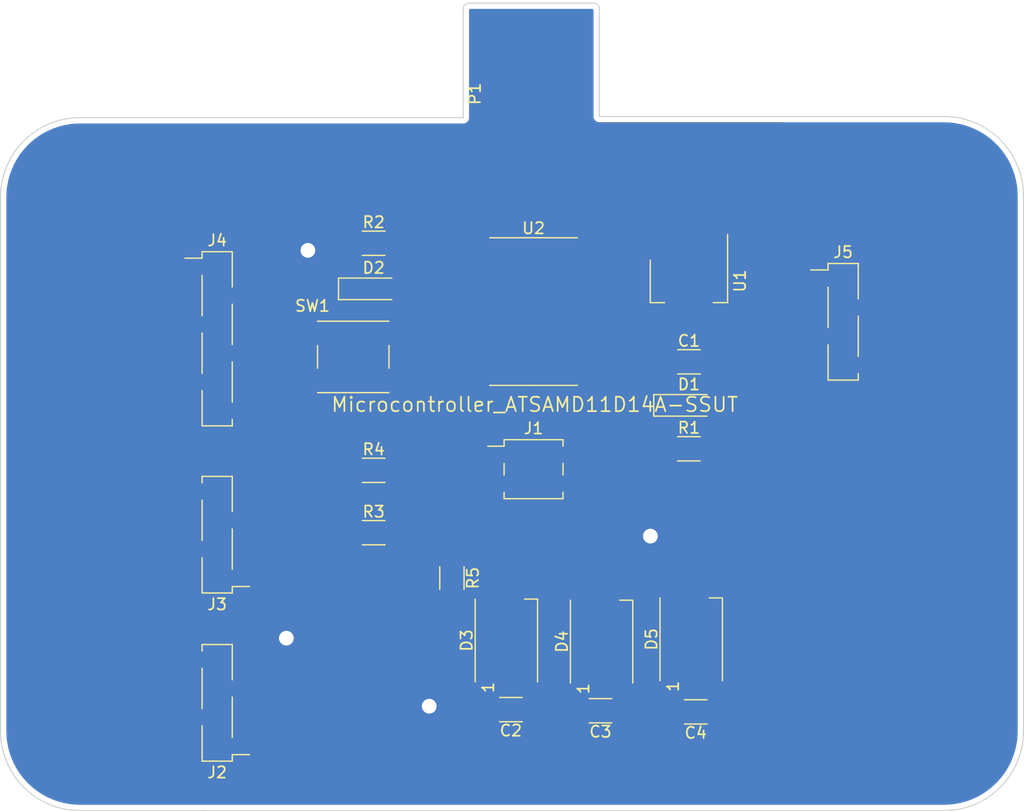
<source format=kicad_pcb>
(kicad_pcb (version 20211014) (generator pcbnew)

  (general
    (thickness 1.6)
  )

  (paper "A4")
  (layers
    (0 "F.Cu" signal)
    (31 "B.Cu" signal)
    (32 "B.Adhes" user "B.Adhesive")
    (33 "F.Adhes" user "F.Adhesive")
    (34 "B.Paste" user)
    (35 "F.Paste" user)
    (36 "B.SilkS" user "B.Silkscreen")
    (37 "F.SilkS" user "F.Silkscreen")
    (38 "B.Mask" user)
    (39 "F.Mask" user)
    (40 "Dwgs.User" user "User.Drawings")
    (41 "Cmts.User" user "User.Comments")
    (42 "Eco1.User" user "User.Eco1")
    (43 "Eco2.User" user "User.Eco2")
    (44 "Edge.Cuts" user)
    (45 "Margin" user)
    (46 "B.CrtYd" user "B.Courtyard")
    (47 "F.CrtYd" user "F.Courtyard")
    (48 "B.Fab" user)
    (49 "F.Fab" user)
    (50 "User.1" user)
    (51 "User.2" user)
    (52 "User.3" user)
    (53 "User.4" user)
    (54 "User.5" user)
    (55 "User.6" user)
    (56 "User.7" user)
    (57 "User.8" user)
    (58 "User.9" user)
  )

  (setup
    (stackup
      (layer "F.SilkS" (type "Top Silk Screen"))
      (layer "F.Paste" (type "Top Solder Paste"))
      (layer "F.Mask" (type "Top Solder Mask") (thickness 0.01))
      (layer "F.Cu" (type "copper") (thickness 0.035))
      (layer "dielectric 1" (type "core") (thickness 1.51) (material "FR4") (epsilon_r 4.5) (loss_tangent 0.02))
      (layer "B.Cu" (type "copper") (thickness 0.035))
      (layer "B.Mask" (type "Bottom Solder Mask") (thickness 0.01))
      (layer "B.Paste" (type "Bottom Solder Paste"))
      (layer "B.SilkS" (type "Bottom Silk Screen"))
      (copper_finish "None")
      (dielectric_constraints no)
    )
    (pad_to_mask_clearance 0)
    (pcbplotparams
      (layerselection 0x0001000_7fffffff)
      (disableapertmacros false)
      (usegerberextensions false)
      (usegerberattributes true)
      (usegerberadvancedattributes true)
      (creategerberjobfile true)
      (svguseinch false)
      (svgprecision 6)
      (excludeedgelayer true)
      (plotframeref false)
      (viasonmask false)
      (mode 1)
      (useauxorigin false)
      (hpglpennumber 1)
      (hpglpenspeed 20)
      (hpglpendiameter 15.000000)
      (dxfpolygonmode true)
      (dxfimperialunits true)
      (dxfusepcbnewfont true)
      (psnegative false)
      (psa4output false)
      (plotreference true)
      (plotvalue true)
      (plotinvisibletext false)
      (sketchpadsonfab false)
      (subtractmaskfromsilk false)
      (outputformat 1)
      (mirror false)
      (drillshape 0)
      (scaleselection 1)
      (outputdirectory "")
    )
  )

  (net 0 "")
  (net 1 "GND")
  (net 2 "+5V")
  (net 3 "+3V3")
  (net 4 "Net-(D1-Pad2)")
  (net 5 "RGB_LEDS")
  (net 6 "Net-(D4-Pad2)")
  (net 7 "LED")
  (net 8 "RESET")
  (net 9 "SWD IO")
  (net 10 "SWD CLK")
  (net 11 "SCL")
  (net 12 "SDA")
  (net 13 "SS")
  (net 14 "MOSI")
  (net 15 "SCK")
  (net 16 "MISO")
  (net 17 "3")
  (net 18 "USB D-")
  (net 19 "USB D+")
  (net 20 "BUTTON")
  (net 21 "DAC")
  (net 22 "Net-(D2-Pad1)")
  (net 23 "Net-(D3-Pad2)")
  (net 24 "unconnected-(D5-Pad2)")
  (net 25 "4")
  (net 26 "Net-(D3-Pad4)")
  (net 27 "unconnected-(U2-Pad7)")

  (footprint "LED_SMD:LED_WS2812B_PLCC4_5.0x5.0mm_P3.2mm" (layer "F.Cu") (at 123.5 105.1 90))

  (footprint "fab:SOIC-20_7.5x12.8mm_P1.27mm" (layer "F.Cu") (at 125.9 76.1))

  (footprint "fab:R_1206" (layer "F.Cu") (at 111.8 70.075))

  (footprint "Package_TO_SOT_SMD:SOT-223-3_TabPin2" (layer "F.Cu") (at 139.6 73.4 -90))

  (footprint "LED_SMD:LED_WS2812B_PLCC4_5.0x5.0mm_P3.2mm" (layer "F.Cu") (at 131.9 105.2 90))

  (footprint "Connector_PinHeader_2.54mm:PinHeader_1x04_P2.54mm_Vertical_SMD_Pin1Left" (layer "F.Cu") (at 98 95.775 180))

  (footprint "Connector_PinHeader_2.54mm:PinHeader_1x06_P2.54mm_Vertical_SMD_Pin1Left" (layer "F.Cu") (at 98 78.5))

  (footprint "fab:LED_1206" (layer "F.Cu") (at 111.8 74.095))

  (footprint "fab:R_1206" (layer "F.Cu") (at 139.6 88.2))

  (footprint "fab:C_1206" (layer "F.Cu") (at 139.6 80.531666))

  (footprint "fab:C_1206" (layer "F.Cu") (at 123.9 111.2 180))

  (footprint "fab:Button_Omron_B3SN_6x6mm" (layer "F.Cu") (at 110 80.1))

  (footprint "fab:PinHeader_2x02_SWD_P2.54mm_Vertical_SMD" (layer "F.Cu") (at 125.9 90))

  (footprint "fab:LED_1206" (layer "F.Cu") (at 139.6 84.368332))

  (footprint "fab:C_1206" (layer "F.Cu") (at 140.2 111.4 180))

  (footprint "fab:R_1206" (layer "F.Cu") (at 111.8 90.1))

  (footprint "fab:R_1206" (layer "F.Cu") (at 118.7 99.6 -90))

  (footprint "fab:R_1206" (layer "F.Cu") (at 111.8 95.6))

  (footprint "fab:C_1206" (layer "F.Cu") (at 131.8 111.3 180))

  (footprint "LED_SMD:LED_WS2812B_PLCC4_5.0x5.0mm_P3.2mm" (layer "F.Cu") (at 139.8 105 90))

  (footprint "Connector_PinHeader_2.54mm:PinHeader_1x04_P2.54mm_Vertical_SMD_Pin1Left" (layer "F.Cu") (at 98 110.6 180))

  (footprint "Connector_PinHeader_2.54mm:PinHeader_1x04_P2.54mm_Vertical_SMD_Pin1Left" (layer "F.Cu") (at 153.2 77))

  (footprint "fab:Conn_USB_A_Plain" (layer "F.Cu") (at 125.725 54.9 90))

  (gr_line (start 131.7 58.9) (end 134.7 58.9) (layer "Edge.Cuts") (width 0.1) (tstamp 107bc474-babf-479a-a7aa-637fcc262468))
  (gr_line (start 138.3 120.1) (end 162.1 120.1) (layer "Edge.Cuts") (width 0.1) (tstamp 1bb25630-83f6-4397-990e-d245d174240b))
  (gr_arc (start 162.1 58.9) (mid 167.049747 60.950253) (end 169.1 65.9) (layer "Edge.Cuts") (width 0.1) (tstamp 1d0b1c72-5731-4b99-b4de-45da31cf3329))
  (gr_line (start 119.7 49.4) (end 119.7 59) (layer "Edge.Cuts") (width 0.1) (tstamp 26e8f97f-c520-470d-8e03-5c95537f044d))
  (gr_line (start 169.1 113.1) (end 169.1 95.3) (layer "Edge.Cuts") (width 0.1) (tstamp 28ec1f29-4986-4a9a-a39a-5d540d191da2))
  (gr_line (start 169.1 80.9) (end 169.1 95.3) (layer "Edge.Cuts") (width 0.1) (tstamp 2e1fac70-4a31-466b-abc0-a335ebce661b))
  (gr_line (start 85.9 59) (end 117.4 59) (layer "Edge.Cuts") (width 0.1) (tstamp 397b5a7b-7847-4d84-bb3e-5d6d0433935e))
  (gr_arc (start 78.9 66) (mid 80.950253 61.050253) (end 85.9 59) (layer "Edge.Cuts") (width 0.1) (tstamp 400e7df2-2d01-43d7-9401-b6ace037cf19))
  (gr_line (start 78.9 66) (end 78.9 75.7) (layer "Edge.Cuts") (width 0.1) (tstamp 4584a5c7-5ffc-44f2-b3a4-3bf9016ec99a))
  (gr_line (start 138.3 120.1) (end 96.8 120.1) (layer "Edge.Cuts") (width 0.1) (tstamp 4cb2c400-84e3-4b5d-b43f-8ad7f6a88468))
  (gr_line (start 78.9 92.3) (end 78.9 75.7) (layer "Edge.Cuts") (width 0.1) (tstamp 4e19b84f-103e-42a9-b889-25ff0fa52ab4))
  (gr_line (start 78.9 106) (end 78.9 113.1) (layer "Edge.Cuts") (width 0.1) (tstamp 5cb2f4c4-91d2-4b6e-bd45-b1b2fe52c076))
  (gr_arc (start 119.7 49.4) (mid 119.846447 49.046447) (end 120.2 48.9) (layer "Edge.Cuts") (width 0.1) (tstamp 830128ea-0097-4efb-b5b7-aff02ff6158d))
  (gr_line (start 96.8 120.1) (end 85.9 120.1) (layer "Edge.Cuts") (width 0.1) (tstamp 83ad29d4-5e29-4255-9c5c-7661472a8514))
  (gr_arc (start 131.2 48.9) (mid 131.522854 49.008932) (end 131.7 49.3) (layer "Edge.Cuts") (width 0.1) (tstamp 94a76436-152a-49da-8cb0-2949607ab69b))
  (gr_line (start 119.7 59) (end 117.4 59) (layer "Edge.Cuts") (width 0.1) (tstamp 9c584caa-8044-403d-b9c4-81822ddc4cbc))
  (gr_arc (start 169.1 113.1) (mid 167.049747 118.049747) (end 162.1 120.1) (layer "Edge.Cuts") (width 0.1) (tstamp a35a7ccf-73a9-4310-afeb-73636879bb82))
  (gr_line (start 145.5 58.9) (end 162.1 58.9) (layer "Edge.Cuts") (width 0.1) (tstamp b09235c4-5278-4660-9d06-913733d5cc04))
  (gr_line (start 169.1 65.9) (end 169.1 80.9) (layer "Edge.Cuts") (width 0.1) (tstamp b106227d-6a29-4f58-a447-1e0c40a2e5e0))
  (gr_line (start 131.7 49.3) (end 131.7 58.9) (layer "Edge.Cuts") (width 0.1) (tstamp b88cfb78-bbda-4659-a056-a2157aba6179))
  (gr_arc (start 85.9 120.1) (mid 80.950253 118.049747) (end 78.9 113.1) (layer "Edge.Cuts") (width 0.1) (tstamp c7f7eaad-9024-4f69-a1e5-9c504e16b540))
  (gr_line (start 134.7 58.9) (end 145.5 58.9) (layer "Edge.Cuts") (width 0.1) (tstamp c829d896-ca7e-439c-952f-f147a89d275a))
  (gr_line (start 78.9 106) (end 78.9 92.3) (layer "Edge.Cuts") (width 0.1) (tstamp d8ec1956-0dcd-430d-bbe9-690619ea4207))
  (gr_line (start 120.2 48.9) (end 131.2 48.9) (layer "Edge.Cuts") (width 0.1) (tstamp eba42982-930e-4789-b648-fea85a35295a))
  (gr_text "16 SDA\n22 SCL\n3.3V\nGND" (at 91.2 95.6) (layer "F.Cu") (tstamp 4d6886df-ccb7-4c58-a355-ba1989573d2c)
    (effects (font (size 1.5 2) (thickness 0.3)) (justify right))
  )
  (gr_text "3.3V\n5\n6\n9\n14\nGND" (at 90.8 78.6) (layer "F.Cu") (tstamp 66e59364-fda5-477d-9531-3e31eff972ac)
    (effects (font (size 1.5 2) (thickness 0.3)) (justify right))
  )
  (gr_text "DIORAMANINO V1" (at 157.9 101.9 90) (layer "F.Cu") (tstamp 6fd29077-5b8a-4dec-af7a-fa6afba6f7fc)
    (effects (font (size 2 2) (thickness 0.3)))
  )
  (gr_text "4\n3\n2 DAC\n5V" (at 157.8 77.1) (layer "F.Cu") (tstamp dfb0e8af-287c-4af6-b311-9f811533aa08)
    (effects (font (size 1.5 2) (thickness 0.3)) (justify left))
  )

  (segment (start 129.225 54.4) (end 129.225 66.575) (width 0.4) (layer "F.Cu") (net 1) (tstamp 0775bcc7-bc1c-4039-849d-42b4c26c571b))
  (segment (start 120.7 93.9) (end 121.3 94.5) (width 0.4) (layer "F.Cu") (net 1) (tstamp 13ff9bef-e3b3-4f37-bf8c-71465cfffb2a))
  (segment (start 128.665 75.465) (end 130.55 75.465) (width 0.4) (layer "F.Cu") (net 1) (tstamp 1a40417e-f9d2-40eb-837d-4503788ff8a1))
  (segment (start 128.3 75.1) (end 128.665 75.465) (width 0.4) (layer "F.Cu") (net 1) (tstamp 5074487e-cc72-4077-9088-002260cd47d6))
  (segment (start 135.4 91.7) (end 135.4 83.7) (width 0.4) (layer "F.Cu") (net 1) (tstamp 521ec1f2-c09a-4749-867a-9c6af3556e2b))
  (segment (start 129.225 66.575) (end 128.3 67.5) (width 0.4) (layer "F.Cu") (net 1) (tstamp 585a66ff-a50d-4856-a167-822ad9ba9f93))
  (segment (start 121.3 94.5) (end 132.6 94.5) (width 0.4) (layer "F.Cu") (net 1) (tstamp 7a999c4a-7b58-4ce7-958b-0a5353cc2aef))
  (segment (start 132.6 94.5) (end 135.4 91.7) (width 0.4) (layer "F.Cu") (net 1) (tstamp a995f007-0721-4a48-a4b4-c31a51e1338b))
  (segment (start 141.6 80.9) (end 141.6 80.531666) (width 0.4) (layer "F.Cu") (net 1) (tstamp ae935324-2dc3-47f2-a678-beb3e44c1d3d))
  (segment (start 123.375 88.73) (end 121.17 88.73) (width 0.4) (layer "F.Cu") (net 1) (tstamp b27ff246-902a-4673-a3d4-dd49cfdb96d0))
  (segment (start 121.17 88.73) (end 120.7 89.2) (width 0.4) (layer "F.Cu") (net 1) (tstamp bcfdae17-67e6-47c1-ad0e-449f504e7995))
  (segment (start 128.3 67.5) (end 128.3 75.1) (width 0.4) (layer "F.Cu") (net 1) (tstamp c78ea263-2d26-4a50-881a-f7d354154ae5))
  (segment (start 133.565 75.465) (end 135.4 77.3) (width 0.4) (layer "F.Cu") (net 1) (tstamp edb73873-1400-4149-87f0-705e6c7ca6c1))
  (segment (start 135.4 77.3) (end 135.4 83.7) (width 0.4) (layer "F.Cu") (net 1) (tstamp ef6048eb-b132-4e11-b2db-2b80cf65c973))
  (segment (start 137.6 84.368332) (end 138.131668 84.368332) (width 0.4) (layer "F.Cu") (net 1) (tstamp f1ba2e8f-8755-4c0d-86bc-956917d98600))
  (segment (start 120.7 89.2) (end 120.7 93.9) (width 0.4) (layer "F.Cu") (net 1) (tstamp f20f29b2-a930-4f8a-ad5b-267b92638846))
  (segment (start 130.55 75.465) (end 133.565 75.465) (width 0.4) (layer "F.Cu") (net 1) (tstamp f4afe3cc-d06b-466a-933c-cf9306a2e448))
  (via (at 104.1 104.9) (size 2.5) (drill 1.3) (layers "F.Cu" "B.Cu") (free) (net 1) (tstamp b93ed28f-b9d2-4d2a-801e-d88d07c416b9))
  (via (at 116.7 110.9) (size 2.5) (drill 1.3) (layers "F.Cu" "B.Cu") (free) (net 1) (tstamp beb1501c-45df-4e61-94b5-aa9cfbc7a84c))
  (via (at 136.2 95.9) (size 2.5) (drill 1.3) (layers "F.Cu" "B.Cu") (free) (net 1) (tstamp e6a0dc25-b2c3-4aae-9a70-f7e684124f15))
  (via (at 106 70.7) (size 2.5) (drill 1.3) (layers "F.Cu" "B.Cu") (free) (net 1) (tstamp f7843477-362f-47f0-8d38-077b26275ecb))
  (segment (start 130.3 107.65) (end 130.3 110.8) (width 0.4) (layer "F.Cu") (net 2) (tstamp 01d80113-154e-4856-a300-9f6b7fa08e55))
  (segment (start 121.9 111.2) (end 121.9 118.8) (width 0.4) (layer "F.Cu") (net 2) (tstamp 11cf6f0a-d917-422b-8536-ae1a5ac78377))
  (segment (start 138.3 67.8) (end 145.4 67.8) (width 0.4) (layer "F.Cu") (net 2) (tstamp 2cd0cd3f-32e6-4b6c-a747-8c6c07b8da8b))
  (segment (start 130.3 110.8) (end 129.8 111.3) (width 0.4) (layer "F.Cu") (net 2) (tstamp 32d3c1eb-381a-4b4e-a550-282fba42914d))
  (segment (start 122.225 54.4) (end 122.225 62.275) (width 0.4) (layer "F.Cu") (net 2) (tstamp 36873415-b097-4dfd-b97e-fc5ae81f86db))
  (segment (start 137.3 68.8) (end 138.3 67.8) (width 0.4) (layer "F.Cu") (net 2) (tstamp 398d3a5f-17f5-4eb2-af22-5740eb9c59ea))
  (segment (start 93.2 118.9) (end 122 118.9) (width 0.4) (layer "F.Cu") (net 2) (tstamp 50f75826-7a9d-4220-b0ee-5a46a992318e))
  (segment (start 145.4 67.8) (end 146.8 69.2) (width 0.4) (layer "F.Cu") (net 2) (tstamp 905b113b-7f2b-4676-8f53-20de5f73d62b))
  (segment (start 92.4 71.2) (end 92.4 118.1) (width 0.4) (layer "F.Cu") (net 2) (tstamp 9589cb32-69d4-4425-8540-b541621136bd))
  (segment (start 129.8 118.9) (end 138.1 118.9) (width 0.4) (layer "F.Cu") (net 2) (tstamp 9649afac-a743-4fc6-94d0-74281de69153))
  (segment (start 154.855 80.81) (end 146.81 80.81) (width 0.4) (layer "F.Cu") (net 2) (tstamp a746da17-087f-4b35-bd1b-8ee301b61c3b))
  (segment (start 146.8 69.2) (end 146.8 80.8) (width 0.4) (layer "F.Cu") (net 2) (tstamp a80ea090-d791-4caf-a9d8-5f7106747a06))
  (segment (start 137.3 70.25) (end 137.3 68.8) (width 0.4) (layer "F.Cu") (net 2) (tstamp b1f52cf7-4cc2-462f-b0ef-13b5c6147218))
  (segment (start 138.2 118.8) (end 138.1 118.9) (width 0.4) (layer "F.Cu") (net 2) (tstamp b5f2f307-36ef-4203-8d74-728b145255fb))
  (segment (start 121.9 118.8) (end 122 118.9) (width 0.4) (layer "F.Cu") (net 2) (tstamp beefa924-9230-4e10-9d5e-45bdacee0688))
  (segment (start 92.4 118.1) (end 93.2 118.9) (width 0.4) (layer "F.Cu") (net 2) (tstamp c0cf1aa1-8d27-47ef-800f-9bbaf91a4d15))
  (segment (start 98.2 65.4) (end 92.4 71.2) (width 0.4) (layer "F.Cu") (net 2) (tstamp c4f5a1e0-2161-45aa-9ee3-f7dd40433c21))
  (segment (start 122 118.9) (end 129.8 118.9) (width 0.4) (layer "F.Cu") (net 2) (tstamp cf66ef2b-4c75-4aa9-b309-ab315f15067b))
  (segment (start 146.8 80.8) (end 146.8 116.3) (width 0.4) (layer "F.Cu") (net 2) (tstamp d4e6004a-a3fb-4202-95ca-eb5c1a932893))
  (segment (start 121.9 111.2) (end 121.9 107.55) (width 0.4) (layer "F.Cu") (net 2) (tstamp d6257794-bfb8-40b9-9f1a-f8d9ce2b03ad))
  (segment (start 144.2 118.9) (end 138.1 118.9) (width 0.4) (layer "F.Cu") (net 2) (tstamp d69a7549-662b-4a4a-82cb-f4d7bb0674ac))
  (segment (start 138.2 111.4) (end 138.2 118.8) (width 0.4) (layer "F.Cu") (net 2) (tstamp d7a97f9e-a027-4cb5-b1ea-9871d4ed89f4))
  (segment (start 146.81 80.81) (end 146.8 80.8) (width 0.4) (layer "F.Cu") (net 2) (tstamp d9f5e263-3f9d-4136-9784-9ada63805a4b))
  (segment (start 122.225 62.275) (end 119.1 65.4) (width 0.4) (layer "F.Cu") (net 2) (tstamp e03c7d80-224d-49a3-9647-33788724e4ee))
  (segment (start 146.8 116.3) (end 144.2 118.9) (width 0.4) (layer "F.Cu") (net 2) (tstamp eac38b9c-d081-433d-8e85-36f3c0562ee7))
  (segment (start 119.1 65.4) (end 98.2 65.4) (width 0.4) (layer "F.Cu") (net 2) (tstamp eca01599-1c28-4d05-a423-8f35a39b3878))
  (segment (start 138.2 107.45) (end 138.2 111.4) (width 0.4) (layer "F.Cu") (net 2) (tstamp f3d09e70-659b-4b2f-a72d-68a53a312b2e))
  (segment (start 129.8 111.3) (end 129.8 118.9) (width 0.4) (layer "F.Cu") (net 2) (tstamp fc7b38b1-c581-40c3-820d-e643d2ce1fd2))
  (segment (start 109.8 97.7) (end 111.6 99.5) (width 0.4) (layer "F.Cu") (net 3) (tstamp 024c8805-8884-4d1a-a95e-c5ced232fcbc))
  (segment (start 109.8 90.1) (end 103.7 90.1) (width 0.4) (layer "F.Cu") (net 3) (tstamp 02ab87c7-e280-4315-9376-ec7bcc6a561e))
  (segment (start 139.6 76.55) (end 139.6 78.531666) (width 0.4) (layer "F.Cu") (net 3) (tstamp 055152fc-352b-4ea7-b095-56f89f48013e))
  (segment (start 94.65 72.15) (end 93.6 73.2) (width 0.4) (layer "F.Cu") (net 3) (tstamp 07c662e7-c116-4110-a943-8ee53f25db59))
  (segment (start 112.2 99.5) (end 139.4 99.5) (width 0.4) (layer "F.Cu") (net 3) (tstamp 07d7d386-5ad5-44a0-a7a1-e18d611dc043))
  (segment (start 109.8 95.6) (end 109.8 97.7) (width 0.4) (layer "F.Cu") (net 3) (tstamp 080075d4-7f14-4226-af60-5ff4f44db19b))
  (segment (start 93.6 109.12) (end 93.6 88.1) (width 0.4) (layer "F.Cu") (net 3) (tstamp 0b694690-0d2b-4079-a594-06a0e1f40835))
  (segment (start 139.6 70.25) (end 139.6 74.2) (width 0.4) (layer "F.Cu") (net 3) (tstamp 1164b55f-625c-4891-a3f1-2acc5e2e6dcc))
  (segment (start 139.6 78.531666) (end 137.6 80.531666) (width 0.4) (layer "F.Cu") (net 3) (tstamp 1f3deca6-e8f5-48f9-8fd7-d7efff74bf01))
  (segment (start 93.6 73.2) (end 93.6 88.1) (width 0.4) (layer "F.Cu") (net 3) (tstamp 2b97875f-089d-4dae-81c9-5c35c4344f55))
  (segment (start 96.35 111.87) (end 93.6 109.12) (width 0.4) (layer "F.Cu") (net 3) (tstamp 2c7523e0-a9e3-43c2-bb33-1b20d0ab17ed))
  (segment (start 96.345 72.15) (end 94.65 72.15) (width 0.4) (layer "F.Cu") (net 3) (tstamp 2f33e43a-b26a-4c53-b154-c613e646b25e))
  (segment (start 139.6 74.2) (end 139.6 76.55) (width 0.4) (layer "F.Cu") (net 3) (tstamp 39f8da0b-9b8e-4f9e-871d-7225e4b56a49))
  (segment (start 138.1 92.1) (end 137.6 91.6) (width 0.4) (layer "F.Cu") (net 3) (tstamp 4997c4e8-7187-4b13-89a3-ba6c31d9dd0f))
  (segment (start 103.7 90.1) (end 101.7 88.1) (width 0.4) (layer "F.Cu") (net 3) (tstamp 56019bde-45ac-4f54-b872-7262f041f553))
  (segment (start 137.6 91.6) (end 137.6 88.2) (width 0.4) (layer "F.Cu") (net 3) (tstamp 68dcbc5d-9c8e-45f7-a25b-9f7b242182e2))
  (segment (start 112.2 113.1) (end 108.1 117.2) (width 0.4) (layer "F.Cu") (net 3) (tstamp 6d990137-a385-4882-96c9-da604153bb06))
  (segment (start 139.6 69.4) (end 140.5 68.5) (width 0.4) (layer "F.Cu") (net 3) (tstamp 7ca27260-bd8e-4f20-9544-2f6ce287e16e))
  (segment (start 139.595 74.195) (end 139.6 74.2) (width 0.4) (layer "F.Cu") (net 3) (tstamp 879b4372-6b15-4121-8bbf-4e153306fc2a))
  (segment (start 140.7 92.1) (end 138.1 92.1) (width 0.4) (layer "F.Cu") (net 3) (tstamp 903641bb-e949-40ad-a074-8bade78f0883))
  (segment (start 93.6 96) (end 94.645 97.045) (width 0.4) (layer "F.Cu") (net 3) (tstamp 979cd001-462c-4497-b497-b64f9ec1dc8d))
  (segment (start 94.645 97.045) (end 96.35 97.045) (width 0.4) (layer "F.Cu") (net 3) (tstamp 993489cd-f343-44f8-81f2-158dc2d7aa0a))
  (segment (start 130.55 74.195) (end 139.595 74.195) (width 0.4) (layer "F.Cu") (net 3) (tstamp 9d2c7afe-639c-4d6e-8c3a-f18b551c11c4))
  (segment (start 112.2 99.5) (end 112.2 113.1) (width 0.4) (layer "F.Cu") (net 3) (tstamp a4d7871b-e5dd-482c-90c7-6266f5ba93c4))
  (segment (start 143.5 92.1) (end 140.7 92.1) (width 0.4) (layer "F.Cu") (net 3) (tstamp a9cd8724-2856-4d8a-885b-12ccbd1a5361))
  (segment (start 111.6 99.5) (end 112.2 99.5) (width 0.4) (layer "F.Cu") (net 3) (tstamp ba9e996e-f0a3-4886-9c4b-c0c7d8f58ba9))
  (segment (start 139.6 70.25) (end 139.6 69.4) (width 0.4) (layer "F.Cu") (net 3) (tstamp bde0e839-e588-45a0-a551-b3e653ae0be4))
  (segment (start 108.1 117.2) (end 94.3 117.2) (width 0.4) (layer "F.Cu") (net 3) (tstamp c2096524-b2bb-4cd8-8181-f630a7ecd466))
  (segment (start 140.5 68.5) (end 144.4 68.5) (width 0.4) (layer "F.Cu") (net 3) (tstamp c9462d8b-51d4-431e-9e19-ce5bc0c71bc1))
  (segment (start 145.2 69.3) (end 145.2 90.4) (width 0.4) (layer "F.Cu") (net 3) (tstamp cf75cf40-b8b5-48f8-9cf7-ddd22f52766b))
  (segment (start 144.4 68.5) (end 145.2 69.3) (width 0.4) (layer "F.Cu") (net 3) (tstamp d324358a-844e-429e-85ee-4e7f6f97e320))
  (segment (start 145.2 90.4) (end 143.5 92.1) (width 0.4) (layer "F.Cu") (net 3) (tstamp d8e237e8-7dec-41cc-9005-0562173e5cc0))
  (segment (start 93.6 116.5) (end 93.6 109.12) (width 0.4) (layer "F.Cu") (net 3) (tstamp de5ca594-0c0c-40a4-9337-b7c8cef2335e))
  (segment (start 94.3 117.2) (end 93.6 116.5) (width 0.4) (layer "F.Cu") (net 3) (tstamp e16b791c-46fe-4a5b-a434-ef9fe224cf63))
  (segment (start 101.7 88.1) (end 93.6 88.1) (width 0.4) (layer "F.Cu") (net 3) (tstamp ebb23354-59d4-4a30-aff8-6badd96e16d3))
  (segment (start 140.7 98.2) (end 140.7 92.1) (width 0.4) (layer "F.Cu") (net 3) (tstamp f5fc7c12-249a-41b4-9ee0-d7bd39513c77))
  (segment (start 139.4 99.5) (end 140.7 98.2) (width 0.4) (layer "F.Cu") (net 3) (tstamp f96846aa-b656-4900-a612-fb6c11af556a))
  (segment (start 141.6 88.2) (end 141.6 84.368332) (width 0.4) (layer "F.Cu") (net 4) (tstamp ec7264d0-4868-4b73-a0b2-4ee2975947fb))
  (segment (start 121.25 84.75) (end 121.25 81.815) (width 0.4) (layer "F.Cu") (net 5) (tstamp 48764171-6dd4-476c-916a-46a2ea0e8405))
  (segment (start 121.25 84.75) (end 118.7 87.3) (width 0.4) (layer "F.Cu") (net 5) (tstamp eb970ecf-31cc-4ab3-ac41-52aae70f88b7))
  (segment (start 118.7 87.3) (end 118.7 97.6) (width 0.4) (layer "F.Cu") (net 5) (tstamp fa8a40ef-c9c6-46e4-b1be-201237ba392b))
  (segment (start 133.5 107.25) (end 138.2 102.55) (width 0.4) (layer "F.Cu") (net 6) (tstamp bc9208b1-69d7-4086-b240-b9c6a63e0e86))
  (segment (start 133.5 107.65) (end 133.5 107.25) (width 0.4) (layer "F.Cu") (net 6) (tstamp e3eb6c7b-0151-4027-86b7-9b6145947ad6))
  (segment (start 113.8 74.095) (end 117.605 74.095) (width 0.4) (layer "F.Cu") (net 7) (tstamp 10db96b8-bc56-4677-8078-4200858169c5))
  (segment (start 117.605 74.095) (end 118.775 72.925) (width 0.4) (layer "F.Cu") (net 7) (tstamp 931d182f-e090-4013-9ad8-d0c5e74121db))
  (segment (start 118.775 72.925) (end 121.25 72.925) (width 0.4) (layer "F.Cu") (net 7) (tstamp c6ac0888-eff5-4727-be8f-881f51734235))
  (segment (start 128.425 88.73) (end 128.425 85.975) (width 0.4) (layer "F.Cu") (net 8) (tstamp 5e90664e-e58b-43b1-aa99-febc1c0c206a))
  (segment (start 130.55 83.85) (end 130.55 81.815) (width 0.4) (layer "F.Cu") (net 8) (tstamp b1dc9d31-733e-4ed5-b57d-d2a6e7a66e0e))
  (segment (start 128.425 85.975) (end 130.55 83.85) (width 0.4) (layer "F.Cu") (net 8) (tstamp fb7f6914-e926-498d-b627-10184d689c0c))
  (segment (start 129.025 79.275) (end 125.9 82.4) (width 0.4) (layer "F.Cu") (net 9) (tstamp 15d36f84-49a1-4ee9-af19-46ffbe8e2f3c))
  (segment (start 125.23 91.27) (end 123.375 91.27) (width 0.4) (layer "F.Cu") (net 9) (tstamp 728c892d-bea6-4b8b-b083-2cc4442e927a))
  (segment (start 125.9 82.4) (end 125.9 90.6) (width 0.4) (layer "F.Cu") (net 9) (tstamp 7a64daaf-bcd2-49bd-9ff6-71eea964096a))
  (segment (start 130.55 79.275) (end 129.025 79.275) (width 0.4) (layer "F.Cu") (net 9) (tstamp abef007a-1253-4bfe-8260-b39f4ca6445b))
  (segment (start 125.9 90.6) (end 125.23 91.27) (width 0.4) (layer "F.Cu") (net 9) (tstamp b52ccd63-a248-4e73-be74-86cbbf1bba13))
  (segment (start 132.545 80.545) (end 133.1 81.1) (width 0.4) (layer "F.Cu") (net 10) (tstamp 077e2c5c-e121-4924-b713-d71978484b63))
  (segment (start 130.55 80.545) (end 132.545 80.545) (width 0.4) (layer "F.Cu") (net 10) (tstamp 0a2d11d7-5411-45bf-b87a-0d84ecc530c2))
  (segment (start 133.1 90.2) (end 132.03 91.27) (width 0.4) (layer "F.Cu") (net 10) (tstamp 2925428c-e8d9-489b-af78-f4497af45cd6))
  (segment (start 132.03 91.27) (end 128.425 91.27) (width 0.4) (layer "F.Cu") (net 10) (tstamp 6f32fca6-fbf5-4a53-8cfd-0c7a5a78bbae))
  (segment (start 133.1 81.1) (end 133.1 90.2) (width 0.4) (layer "F.Cu") (net 10) (tstamp 8a260475-c585-4967-83de-fdc29ef10e19))
  (segment (start 119.5 84.1) (end 119.5 81) (width 0.4) (layer "F.Cu") (net 11) (tstamp 00ba3309-b75c-4ac6-b64e-a24666ac0d61))
  (segment (start 107.9 106.9) (end 107.9 93.5) (width 0.4) (layer "F.Cu") (net 11) (tstamp 1bb7b908-14df-4f17-811b-aa612246d4d8))
  (segment (start 113.8 95.6) (end 117.2 92.2) (width 0.4) (layer "F.Cu") (net 11) (tstamp 299ae270-d165-4774-ae33-83f11425b3e8))
  (segment (start 104.1 93.5) (end 111.7 93.5) (width 0.4) (layer "F.Cu") (net 11) (tstamp 32e21291-0dc9-47c6-b11f-929a0136d6e4))
  (segment (start 105.47 109.33) (end 107.9 106.9) (width 0.4) (layer "F.Cu") (net 11) (tstamp 5708c1dc-a6b9-46d5-b20f-6474459920f9))
  (segment (start 99.65 109.33) (end 105.47 109.33) (width 0.4) (layer "F.Cu") (net 11) (tstamp 5c85b586-f621-4e0a-b256-183e01670f8b))
  (segment (start 104.1 93.5) (end 103.095 94.505) (width 0.4) (layer "F.Cu") (net 11) (tstamp 617f886e-91fc-4ff0-9d4e-877b3337f3e2))
  (segment (start 103.095 94.505) (end 99.65 94.505) (width 0.4) (layer "F.Cu") (net 11) (tstamp 654aa580-7012-417a-803b-6e879ef09422))
  (segment (start 117.2 86.4) (end 119.5 84.1) (width 0.4) (layer "F.Cu") (net 11) (tstamp 6d6b02b2-1a32-4897-afa7-c551105fa2ff))
  (segment (start 113.8 95.6) (end 111.7 93.5) (width 0.4) (layer "F.Cu") (net 11) (tstamp 8b845271-44e8-43bc-ad5e-742c1b36f1f3))
  (segment (start 119.955 80.545) (end 121.25 80.545) (width 0.4) (layer "F.Cu") (net 11) (tstamp 9231d4a0-9de4-4640-ad11-e50921cdd53b))
  (segment (start 119.5 81) (end 119.955 80.545) (width 0.4) (layer "F.Cu") (net 11) (tstamp 95472a8d-b2e0-4c0b-85d3-e0bde6d0fc7a))
  (segment (start 117.2 92.2) (end 117.2 86.4) (width 0.4) (layer "F.Cu") (net 11) (tstamp 977a5395-65f8-4bae-8f87-f24f29574bd2))
  (segment (start 121.25 79.275) (end 119.325 79.275) (width 0.4) (layer "F.Cu") (net 12) (tstamp 022c257f-2299-4fb9-b4ac-17d065ec3a47))
  (segment (start 96.345 94.245) (end 96.345 91.965) (width 0.4) (layer "F.Cu") (net 12) (tstamp 06ce9340-32cc-4843-a20c-2c9b88313847))
  (segment (start 113.8 87.4) (end 113.8 90.1) (width 0.4) (layer "F.Cu") (net 12) (tstamp 2a93dff7-fec2-40ae-801c-620ec83f1eed))
  (segment (start 116.3 84.9) (end 113.8 87.4) (width 0.4) (layer "F.Cu") (net 12) (tstamp 38634b31-f4cf-40e3-b1a8-31042fac536d))
  (segment (start 111.935 91.965) (end 113.8 90.1) (width 0.4) (layer "F.Cu") (net 12) (tstamp 40fbf370-543f-4892-a400-35c3892e03ce))
  (segment (start 98.8 96.7) (end 96.345 94.245) (width 0.4) (layer "F.Cu") (net 12) (tstamp 6ac3eea4-2ada-41b8-aa60-39af7591b28e))
  (segment (start 96.345 106.79) (end 96.345 99.955) (width 0.4) (layer "F.Cu") (net 12) (tstamp 71bf1cfc-0e63-44da-ae7b-57a2372dd0db))
  (segment (start 96.345 99.955) (end 98.8 97.5) (width 0.4) (layer "F.Cu") (net 12) (tstamp 7a58b41c-36ea-418a-81f0-3a7093319625))
  (segment (start 116.3 82.3) (end 116.3 84.9) (width 0.4) (layer "F.Cu") (net 12) (tstamp 8de71501-e19e-4484-9a9e-6cecdf262058))
  (segment (start 119.325 79.275) (end 116.3 82.3) (width 0.4) (layer "F.Cu") (net 12) (tstamp 93a8feaa-5686-4cb2-a721-94acf16d4228))
  (segment (start 98.8 97.5) (end 98.8 96.7) (width 0.4) (layer "F.Cu") (net 12) (tstamp de4ccd72-221f-4990-afa6-e8ba362a586b))
  (segment (start 96.35 91.965) (end 111.935 91.965) (width 0.4) (layer "F.Cu") (net 12) (tstamp f416e5e3-c3b0-4e39-bab6-f7991c97a0e4))
  (segment (start 99.655 74.69) (end 99.655 68.145) (width 0.4) (layer "F.Cu") (net 13) (tstamp 0e9f6c37-087a-41b7-bd78-604226b1c4a2))
  (segment (start 119.885 70.385) (end 121.25 70.385) (width 0.4) (layer "F.Cu") (net 13) (tstamp 1e8026d7-0c37-47c5-ae75-3581eea77679))
  (segment (start 101.4 66.4) (end 115.9 66.4) (width 0.4) (layer "F.Cu") (net 13) (tstamp 3bb3d144-f997-4515-9646-5c61a81f965f))
  (segment (start 99.655 68.145) (end 101.4 66.4) (width 0.4) (layer "F.Cu") (net 13) (tstamp 424c946c-82d6-4671-83d3-e00fb2b5f9f1))
  (segment (start 115.9 66.4) (end 119.885 70.385) (width 0.4) (layer "F.Cu") (net 13) (tstamp 844d7565-da2e-48fe-8637-09eb1212e1eb))
  (segment (start 119.335 75.465) (end 115.2 79.6) (width 0.4) (layer "F.Cu") (net 14) (tstamp 1b42d1c3-2602-4e00-b6dc-0187e9e2d715))
  (segment (start 115.2 79.6) (end 99.825 79.6) (width 0.4) (layer "F.Cu") (net 14) (tstamp 390e9655-9194-47fa-969e-10fcc52f7aa3))
  (segment (start 121.25 75.465) (end 119.335 75.465) (width 0.4) (layer "F.Cu") (net 14) (tstamp 87ae2bc2-46a9-40c7-9f3d-61c72b775a60))
  (segment (start 99.825 79.6) (end 99.655 79.77) (width 0.4) (layer "F.Cu") (net 14) (tstamp ea842abb-509a-4cdb-ac5c-4ef9d9dd7fdf))
  (segment (start 119.965 76.735) (end 121.25 76.735) (width 0.4) (layer "F.Cu") (net 15) (tstamp 2d00ac42-7aa7-4e2f-8198-e814c54ed21f))
  (segment (start 96.345 82.31) (end 103.3 82.31) (width 0.4) (layer "F.Cu") (net 15) (tstamp 40cfa3ec-6c8e-4ec7-a8d3-d8522286aa19))
  (segment (start 116.1 80.6) (end 119.965 76.735) (width 0.4) (layer "F.Cu") (net 15) (tstamp 629024fc-efad-475d-a20b-558a13f0b144))
  (segment (start 105.000978 80.6) (end 116.1 80.6) (width 0.4) (layer "F.Cu") (net 15) (tstamp 8d94e3d4-e5eb-497b-848b-cc0ae855e874))
  (segment (start 103.3 82.300978) (end 105.000978 80.6) (width 0.4) (layer "F.Cu") (net 15) (tstamp a560a56b-4fe5-4ae7-85ae-31ba2688f2c6))
  (segment (start 103.3 82.31) (end 103.3 82.300978) (width 0.4) (layer "F.Cu") (net 15) (tstamp b271bead-f7b7-4291-ba72-f75e220ae98d))
  (segment (start 102.4 76.4) (end 101.57 77.23) (width 0.4) (layer "F.Cu") (net 16) (tstamp 0a3e48d6-88a2-4947-b6ae-0cc6609ae8f5))
  (segment (start 102.4 68.7) (end 102.4 76.4) (width 0.4) (layer "F.Cu") (net 16) (tstamp 404ea27c-279c-4ca6-a4f4-2483b00bf174))
  (segment (start 121.25 71.655) (end 119.655 71.655) (width 0.4) (layer "F.Cu") (net 16) (tstamp 471ee3d5-df4c-4153-a55f-b80e44eecc02))
  (segment (start 103.8 67.3) (end 102.4 68.7) (width 0.4) (layer "F.Cu") (net 16) (tstamp 4bbb3fce-d952-494b-8d3b-6b14476b2b3e))
  (segment (start 101.57 77.23) (end 96.345 77.23) (width 0.4) (layer "F.Cu") (net 16) (tstamp 5c425af8-fac0-4dad-8a17-9fe19149c206))
  (segment (start 115.3 67.3) (end 103.8 67.3) (width 0.4) (layer "F.Cu") (net 16) (tstamp d7cb8910-6e32-4467-9b52-6bbe200f73df))
  (segment (start 119.655 71.655) (end 115.3 67.3) (width 0.4) (layer "F.Cu") (net 16) (tstamp ffaad213-db5f-4bbe-91bb-a772e57613d6))
  (segment (start 154.85 75.73) (end 149.53 75.73) (width 0.4) (layer "F.Cu") (net 17) (tstamp 0e68336c-fb0f-417a-bd35-3c96285d68f8))
  (segment (start 147.2 65.4) (end 136.2 65.4) (width 0.4) (layer "F.Cu") (net 17) (tstamp 3c0a456c-5be9-4f48-8f52-ada26acc9e52))
  (segment (start 149.53 75.73) (end 149.1 75.3) (width 0.4) (layer "F.Cu") (net 17) (tstamp 4a062bff-0869-4680-be6e-8e253ac3973b))
  (segment (start 149.1 75.3) (end 149.1 67.3) (width 0.4) (layer "F.Cu") (net 17) (tstamp 4cfe2c55-3cb2-4ab8-92d6-2a584abd86b7))
  (segment (start 149.1 67.3) (end 147.2 65.4) (width 0.4) (layer "F.Cu") (net 17) (tstamp 5b080979-c101-438c-b351-f32a5ed51333))
  (segment (start 133.9 71.2) (end 133.445 71.655) (width 0.4) (layer "F.Cu") (net 17) (tstamp 639628b5-60fc-4d8b-8393-9b6b7649341e))
  (segment (start 133.9 67.7) (end 133.9 71.2) (width 0.4) (layer "F.Cu") (net 17) (tstamp 6f63015a-4c90-4f13-bf81-0c8964da49b1))
  (segment (start 133.445 71.655) (end 130.55 71.655) (width 0.4) (layer "F.Cu") (net 17) (tstamp e184aca9-d2e6-4d39-a3f2-fde35fc6a57a))
  (segment (start 136.2 65.4) (end 133.9 67.7) (width 0.4) (layer "F.Cu") (net 17) (tstamp f34e3e1d-bb7b-4da9-9a13-fb5575a55cfb))
  (segment (start 125.705 78.005) (end 130.55 78.005) (width 0.4) (layer "F.Cu") (net 18) (tstamp 5ffef396-b351-4c90-a287-1998d10470f6))
  (segment (start 124.725 77.025) (end 125.705 78.005) (width 0.4) (layer "F.Cu") (net 18) (tstamp 77262237-7570-41b0-a7b6-fe7a7b859f32))
  (segment (start 124.725 54.9) (end 124.725 77.025) (width 0.4) (layer "F.Cu") (net 18) (tstamp fc5b1c77-2fe0-4c8c-9819-b54455a86052))
  (segment (start 127.435 76.735) (end 130.55 76.735) (width 0.4) (layer "F.Cu") (net 19) (tstamp 00d175f1-b59d-4b5f-b1dd-8ad50e159d44))
  (segment (start 126.725 76.025) (end 127.435 76.735) (width 0.4) (layer "F.Cu") (net 19) (tstamp 2ada6811-536e-490f-9abd-117bcc56f140))
  (segment (start 126.725 54.9) (end 126.725 76.025) (width 0.4) (layer "F.Cu") (net 19) (tstamp 558ca7a5-5655-4904-aa90-915f8454eb20))
  (segment (start 115.1 78.1) (end 113.5 78.1) (width 0.4) (layer "F.Cu") (net 20) (tstamp 5dee4296-bf61-4ff9-b42f-aeb26732cc0c))
  (segment (start 113.5 78.1) (end 106.5 78.1) (width 0.4) (layer "F.Cu") (net 20) (tstamp a20c8b1f-a37f-4160-a32a-fee334b9d6df))
  (segment (start 121.25 74.195) (end 119.005 74.195) (width 0.4) (layer "F.Cu") (net 20) (tstamp dbd6b829-bcf1-4b92-89d1-accd6f3eb0c0))
  (segment (start 119.005 74.195) (end 115.1 78.1) (width 0.4) (layer "F.Cu") (net 20) (tstamp e10b6e6b-2116-4aff-a0bd-e7cddba96783))
  (segment (start 147.5 76.8) (end 148.97 78.27) (width 0.4) (layer "F.Cu") (net 21) (tstamp 03da15ef-e641-4882-aa15-3675b2ce560f))
  (segment (start 136.6 66.6) (end 145.9 66.6) (width 0.4) (layer "F.Cu") (net 21) (tstamp 1193240d-9374-4aff-bb36-a52a084ff70f))
  (segment (start 133.675 72.925) (end 135.1 71.5) (width 0.4) (layer "F.Cu") (net 21) (tstamp 2a96aee2-3b92-4e8b-ba3e-8868b43e73b2))
  (segment (start 148.97 78.27) (end 151.55 78.27) (width 0.4) (layer "F.Cu") (net 21) (tstamp 2fec8f4b-a6e1-4880-82eb-1100e5ae2cf0))
  (segment (start 147.5 68.2) (end 147.5 76.8) (width 0.4) (layer "F.Cu") (net 21) (tstamp 35ea77af-b5e4-4984-809a-749cd2faed88))
  (segment (start 130.55 72.925) (end 133.675 72.925) (width 0.4) (layer "F.Cu") (net 21) (tstamp 8864639a-bee5-47f8-ab46-034843958a7c))
  (segment (start 135.1 68.1) (end 136.6 66.6) (width 0.4) (layer "F.Cu") (net 21) (tstamp 946c1ee0-7d9f-4c4b-b570-4de22c073b7b))
  (segment (start 145.9 66.6) (end 147.5 68.2) (width 0.4) (layer "F.Cu") (net 21) (tstamp c174c08b-95b9-4051-a308-7ce84241e6a1))
  (segment (start 135.1 71.5) (end 135.1 68.1) (width 0.4) (layer "F.Cu") (net 21) (tstamp f984e35a-b960-424a-a652-a5ae6ea9b77c))
  (segment (start 109.8 74.095) (end 109.8 70.075) (width 0.4) (layer "F.Cu") (net 22) (tstamp 65071d4c-6e17-4e6a-b22e-46bcae0f1487))
  (segment (start 125.1 107.55) (end 125.5 107.55) (width 0.4) (layer "F.Cu") (net 23) (tstamp 912d8591-fc81-4fad-9868-50cad288bb6f))
  (segment (start 125.5 107.55) (end 130.3 102.75) (width 0.4) (layer "F.Cu") (net 23) (tstamp f3a6da45-074c-408e-9ec4-f79f44139953))
  (segment (start 130.55 70.385) (end 132.215 70.385) (width 0.4) (layer "F.Cu") (net 25) (tstamp 1a0a7945-e6a3-4a83-9e23-ef5f7ac2cf1b))
  (segment (start 132.8 69.8) (end 132.8 67) (width 0.4) (layer "F.Cu") (net 25) (tstamp 2724682b-23d7-4f38-b4ab-677fe6122f6a))
  (segment (start 135.5 64.3) (end 147.9 64.3) (width 0.4) (layer "F.Cu") (net 25) (tstamp 2af0e303-65c2-478f-a4cb-8c134e45c6a1))
  (segment (start 132.215 70.385) (end 132.8 69.8) (width 0.4) (layer "F.Cu") (net 25) (tstamp 5fc9bef4-2758-4353-8165-4fdd2e76ac89))
  (segment (start 132.8 67) (end 135.5 64.3) (width 0.4) (layer "F.Cu") (net 25) (tstamp 71b23ac9-3988-4fc0-87c2-be1cb3ba12bc))
  (segment (start 151.55 67.95) (end 151.55 73.19) (width 0.4) (layer "F.Cu") (net 25) (tstamp cbd95025-5e0f-4acc-8606-934f4e4d48c2))
  (segment (start 147.9 64.3) (end 151.55 67.95) (width 0.4) (layer "F.Cu") (net 25) (tstamp ef906af1-45ff-4f92-9088-b9f88f66d795))
  (segment (start 119.75 102.65) (end 118.7 101.6) (width 0.4) (layer "F.Cu") (net 26) (tstamp 2f65f3bf-e3f5-4739-bc6d-49581a57de74))
  (segment (start 121.9 102.65) (end 119.75 102.65) (width 0.4) (layer "F.Cu") (net 26) (tstamp 601debf8-a1b1-4357-88b1-5313e1f50225))

  (zone (net 1) (net_name "GND") (layer "F.Cu") (tstamp 1c14ec5c-5574-447b-b739-09313117c292) (hatch edge 0.508)
    (connect_pads (clearance 0.508))
    (min_thickness 0.254) (filled_areas_thickness no)
    (fill yes (thermal_gap 0.508) (thermal_bridge_width 0.508))
    (polygon
      (pts
        (xy 148 119.7)
        (xy 91.4 119.7)
        (xy 91.4 59.1)
        (xy 148 59.1)
      )
    )
    (filled_polygon
      (layer "F.Cu")
      (pts
        (xy 146.02751 90.624313)
        (xy 146.076966 90.675251)
        (xy 146.0915 90.733998)
        (xy 146.0915 115.95434)
        (xy 146.071498 116.022461)
        (xy 146.054595 116.043435)
        (xy 143.943435 118.154595)
        (xy 143.881123 118.188621)
        (xy 143.85434 118.1915)
        (xy 139.0345 118.1915)
        (xy 138.966379 118.171498)
        (xy 138.919886 118.117842)
        (xy 138.9085 118.0655)
        (xy 138.9085 112.8845)
        (xy 138.928502 112.816379)
        (xy 138.982158 112.769886)
        (xy 139.0345 112.7585)
        (xy 139.248134 112.7585)
        (xy 139.310316 112.751745)
        (xy 139.446705 112.700615)
        (xy 139.563261 112.613261)
        (xy 139.650615 112.496705)
        (xy 139.701745 112.360316)
        (xy 139.7085 112.298134)
        (xy 139.7085 112.294669)
        (xy 140.692001 112.294669)
        (xy 140.692371 112.30149)
        (xy 140.697895 112.352352)
        (xy 140.701521 112.367604)
        (xy 140.746676 112.488054)
        (xy 140.755214 112.503649)
        (xy 140.831715 112.605724)
        (xy 140.844276 112.618285)
        (xy 140.946351 112.694786)
        (xy 140.961946 112.703324)
        (xy 141.082394 112.748478)
        (xy 141.097649 112.752105)
        (xy 141.148514 112.757631)
        (xy 141.155328 112.758)
        (xy 141.927885 112.758)
        (xy 141.943124 112.753525)
        (xy 141.944329 112.752135)
        (xy 141.946 112.744452)
        (xy 141.946 112.739884)
        (xy 142.454 112.739884)
        (xy 142.458475 112.755123)
        (xy 142.459865 112.756328)
        (xy 142.467548 112.757999)
        (xy 143.244669 112.757999)
        (xy 143.25149 112.757629)
        (xy 143.302352 112.752105)
        (xy 143.317604 112.748479)
        (xy 143.438054 112.703324)
        (xy 143.453649 112.694786)
        (xy 143.555724 112.618285)
        (xy 143.568285 112.605724)
        (xy 143.644786 112.503649)
        (xy 143.653324 112.488054)
        (xy 143.698478 112.367606)
        (xy 143.702105 112.352351)
        (xy 143.707631 112.301486)
        (xy 143.708 112.294672)
        (xy 143.708 111.672115)
        (xy 143.703525 111.656876)
        (xy 143.702135 111.655671)
        (xy 143.694452 111.654)
        (xy 142.472115 111.654)
        (xy 142.456876 111.658475)
        (xy 142.455671 111.659865)
        (xy 142.454 111.667548)
        (xy 142.454 112.739884)
        (xy 141.946 112.739884)
        (xy 141.946 111.672115)
        (xy 141.941525 111.656876)
        (xy 141.940135 111.655671)
        (xy 141.932452 111.654)
        (xy 140.710116 111.654)
        (xy 140.694877 111.658475)
        (xy 140.693672 111.659865)
        (xy 140.692001 111.667548)
        (xy 140.692001 112.294669)
        (xy 139.7085 112.294669)
        (xy 139.7085 111.127885)
        (xy 140.692 111.127885)
        (xy 140.696475 111.143124)
        (xy 140.697865 111.144329)
        (xy 140.705548 111.146)
        (xy 141.927885 111.146)
        (xy 141.943124 111.141525)
        (xy 141.944329 111.140135)
        (xy 141.946 111.132452)
        (xy 141.946 111.127885)
        (xy 142.454 111.127885)
        (xy 142.458475 111.143124)
        (xy 142.459865 111.144329)
        (xy 142.467548 111.146)
        (xy 143.689884 111.146)
        (xy 143.705123 111.141525)
        (xy 143.706328 111.140135)
        (xy 143.707999 111.132452)
        (xy 143.707999 110.505331)
        (xy 143.707629 110.49851)
        (xy 143.702105 110.447648)
        (xy 143.698479 110.432396)
        (xy 143.653324 110.311946)
        (xy 143.644786 110.296351)
        (xy 143.568285 110.194276)
        (xy 143.555724 110.181715)
        (xy 143.453649 110.105214)
        (xy 143.438054 110.096676)
        (xy 143.317606 110.051522)
        (xy 143.302351 110.047895)
        (xy 143.251486 110.042369)
        (xy 143.244672 110.042)
        (xy 142.472115 110.042)
        (xy 142.456876 110.046475)
        (xy 142.455671 110.047865)
        (xy 142.454 110.055548)
        (xy 142.454 111.127885)
        (xy 141.946 111.127885)
        (xy 141.946 110.060116)
        (xy 141.941525 110.044877)
        (xy 141.940135 110.043672)
        (xy 141.932452 110.042001)
        (xy 141.155331 110.042001)
        (xy 141.14851 110.042371)
        (xy 141.097648 110.047895)
        (xy 141.082396 110.051521)
        (xy 140.961946 110.096676)
        (xy 140.946351 110.105214)
        (xy 140.844276 110.181715)
        (xy 140.831715 110.194276)
        (xy 140.755214 110.296351)
        (xy 140.746676 110.311946)
        (xy 140.701522 110.432394)
        (xy 140.697895 110.447649)
        (xy 140.692369 110.498514)
        (xy 140.692 110.505328)
        (xy 140.692 111.127885)
        (xy 139.7085 111.127885)
        (xy 139.7085 110.501866)
        (xy 139.701745 110.439684)
        (xy 139.650615 110.303295)
        (xy 139.563261 110.186739)
        (xy 139.446705 110.099385)
        (xy 139.310316 110.048255)
        (xy 139.248134 110.0415)
        (xy 139.0345 110.0415)
        (xy 138.966379 110.021498)
        (xy 138.919886 109.967842)
        (xy 138.9085 109.9155)
        (xy 138.9085 108.742275)
        (xy 138.928502 108.674154)
        (xy 138.958935 108.641449)
        (xy 138.989394 108.618621)
        (xy 139.063261 108.563261)
        (xy 139.150615 108.446705)
        (xy 139.201745 108.310316)
        (xy 139.2085 108.248134)
        (xy 140.3915 108.248134)
        (xy 140.398255 108.310316)
        (xy 140.449385 108.446705)
        (xy 140.536739 108.563261)
        (xy 140.653295 108.650615)
        (xy 140.789684 108.701745)
        (xy 140.851866 108.7085)
        (xy 141.948134 108.7085)
        (xy 142.010316 108.701745)
        (xy 142.146705 108.650615)
        (xy 142.263261 108.563261)
        (xy 142.350615 108.446705)
        (xy 142.401745 108.310316)
        (xy 142.4085 108.248134)
        (xy 142.4085 106.651866)
        (xy 142.401745 106.589684)
        (xy 142.350615 106.453295)
        (xy 142.263261 106.336739)
        (xy 142.146705 106.249385)
        (xy 142.010316 106.198255)
        (xy 141.948134 106.1915)
        (xy 140.851866 106.1915)
        (xy 140.789684 106.198255)
        (xy 140.653295 106.249385)
        (xy 140.536739 106.336739)
        (xy 140.449385 106.453295)
        (xy 140.398255 106.589684)
        (xy 140.3915 106.651866)
        (xy 140.3915 108.248134)
        (xy 139.2085 108.248134)
        (xy 139.2085 106.651866)
        (xy 139.201745 106.589684)
        (xy 139.150615 106.453295)
        (xy 139.063261 106.336739)
        (xy 138.946705 106.249385)
        (xy 138.810316 106.198255)
        (xy 138.748134 106.1915)
        (xy 137.651866 106.1915)
        (xy 137.589684 106.198255)
        (xy 137.453295 106.249385)
        (xy 137.336739 106.336739)
        (xy 137.249385 106.453295)
        (xy 137.198255 106.589684)
        (xy 137.1915 106.651866)
        (xy 137.1915 108.248134)
        (xy 137.198255 108.310316)
        (xy 137.249385 108.446705)
        (xy 137.336739 108.563261)
        (xy 137.410606 108.618621)
        (xy 137.441065 108.641449)
        (xy 137.48358 108.698308)
        (xy 137.4915 108.742275)
        (xy 137.4915 109.9155)
        (xy 137.471498 109.983621)
        (xy 137.417842 110.030114)
        (xy 137.3655 110.0415)
        (xy 137.151866 110.0415)
        (xy 137.089684 110.048255)
        (xy 136.953295 110.099385)
        (xy 136.836739 110.186739)
        (xy 136.749385 110.303295)
        (xy 136.698255 110.439684)
        (xy 136.6915 110.501866)
        (xy 136.6915 112.298134)
        (xy 136.698255 112.360316)
        (xy 136.749385 112.496705)
        (xy 136.836739 112.613261)
        (xy 136.953295 112.700615)
        (xy 137.089684 112.751745)
        (xy 137.151866 112.7585)
        (xy 137.3655 112.7585)
        (xy 137.433621 112.778502)
        (xy 137.480114 112.832158)
        (xy 137.4915 112.8845)
        (xy 137.4915 118.0655)
        (xy 137.471498 118.133621)
        (xy 137.417842 118.180114)
        (xy 137.3655 118.1915)
        (xy 130.6345 118.1915)
        (xy 130.566379 118.171498)
        (xy 130.519886 118.117842)
        (xy 130.5085 118.0655)
        (xy 130.5085 112.7845)
        (xy 130.528502 112.716379)
        (xy 130.582158 112.669886)
        (xy 130.6345 112.6585)
        (xy 130.848134 112.6585)
        (xy 130.910316 112.651745)
        (xy 131.046705 112.600615)
        (xy 131.163261 112.513261)
        (xy 131.250615 112.396705)
        (xy 131.301745 112.260316)
        (xy 131.3085 112.198134)
        (xy 131.3085 112.194669)
        (xy 132.292001 112.194669)
        (xy 132.292371 112.20149)
        (xy 132.297895 112.252352)
        (xy 132.301521 112.267604)
        (xy 132.346676 112.388054)
        (xy 132.355214 112.403649)
        (xy 132.431715 112.505724)
        (xy 132.444276 112.518285)
        (xy 132.546351 112.594786)
        (xy 132.561946 112.603324)
        (xy 132.682394 112.648478)
        (xy 132.697649 112.652105)
        (xy 132.748514 112.657631)
        (xy 132.755328 112.658)
        (xy 133.527885 112.658)
        (xy 133.543124 112.653525)
        (xy 133.544329 112.652135)
        (xy 133.546 112.644452)
        (xy 133.546 112.639884)
        (xy 134.054 112.639884)
        (xy 134.058475 112.655123)
        (xy 134.059865 112.656328)
        (xy 134.067548 112.657999)
        (xy 134.844669 112.657999)
        (xy 134.85149 112.657629)
        (xy 134.902352 112.652105)
        (xy 134.917604 112.648479)
        (xy 135.038054 112.603324)
        (xy 135.053649 112.594786)
        (xy 135.155724 112.518285)
        (xy 135.168285 112.505724)
        (xy 135.244786 112.403649)
        (xy 135.253324 112.388054)
        (xy 135.298478 112.267606)
        (xy 135.302105 112.252351)
        (xy 135.307631 112.201486)
        (xy 135.308 112.194672)
        (xy 135.308 111.572115)
        (xy 135.303525 111.556876)
        (xy 135.302135 111.555671)
        (xy 135.294452 111.554)
        (xy 134.072115 111.554)
        (xy 134.056876 111.558475)
        (xy 134.055671 111.559865)
        (xy 134.054 111.567548)
        (xy 134.054 112.639884)
        (xy 133.546 112.639884)
        (xy 133.546 111.572115)
        (xy 133.541525 111.556876)
        (xy 133.540135 111.555671)
        (xy 133.532452 111.554)
        (xy 132.310116 111.554)
        (xy 132.294877 111.558475)
        (xy 132.293672 111.559865)
        (xy 132.292001 111.567548)
        (xy 132.292001 112.194669)
        (xy 131.3085 112.194669)
        (xy 131.3085 111.027885)
        (xy 132.292 111.027885)
        (xy 132.296475 111.043124)
        (xy 132.297865 111.044329)
        (xy 132.305548 111.046)
        (xy 133.527885 111.046)
        (xy 133.543124 111.041525)
        (xy 133.544329 111.040135)
        (xy 133.546 111.032452)
        (xy 133.546 111.027885)
        (xy 134.054 111.027885)
        (xy 134.058475 111.043124)
        (xy 134.059865 111.044329)
        (xy 134.067548 111.046)
        (xy 135.289884 111.046)
        (xy 135.305123 111.041525)
        (xy 135.306328 111.040135)
        (xy 135.307999 111.032452)
        (xy 135.307999 110.405331)
        (xy 135.307629 110.39851)
        (xy 135.302105 110.347648)
        (xy 135.298479 110.332396)
        (xy 135.253324 110.211946)
        (xy 135.244786 110.196351)
        (xy 135.168285 110.094276)
        (xy 135.155724 110.081715)
        (xy 135.053649 110.005214)
        (xy 135.038054 109.996676)
        (xy 134.917606 109.951522)
        (xy 134.902351 109.947895)
        (xy 134.851486 109.942369)
        (xy 134.844672 109.942)
        (xy 134.072115 109.942)
        (xy 134.056876 109.946475)
        (xy 134.055671 109.947865)
        (xy 134.054 109.955548)
        (xy 134.054 111.027885)
        (xy 133.546 111.027885)
        (xy 133.546 109.960116)
        (xy 133.541525 109.944877)
        (xy 133.540135 109.943672)
        (xy 133.532452 109.942001)
        (xy 132.755331 109.942001)
        (xy 132.74851 109.942371)
        (xy 132.697648 109.947895)
        (xy 132.682396 109.951521)
        (xy 132.561946 109.996676)
        (xy 132.546351 110.005214)
        (xy 132.444276 110.081715)
        (xy 132.431715 110.094276)
        (xy 132.355214 110.196351)
        (xy 132.346676 110.211946)
        (xy 132.301522 110.332394)
        (xy 132.297895 110.347649)
        (xy 132.292369 110.398514)
        (xy 132.292 110.405328)
        (xy 132.292 111.027885)
        (xy 131.3085 111.027885)
        (xy 131.3085 110.401866)
        (xy 131.301745 110.339684)
        (xy 131.250615 110.203295)
        (xy 131.163261 110.086739)
        (xy 131.058935 110.008551)
        (xy 131.01642 109.951692)
        (xy 131.0085 109.907725)
        (xy 131.0085 108.942275)
        (xy 131.028502 108.874154)
        (xy 131.058935 108.841449)
        (xy 131.148478 108.77434)
        (xy 131.163261 108.763261)
        (xy 131.250615 108.646705)
        (xy 131.301745 108.510316)
        (xy 131.3085 108.448134)
        (xy 132.4915 108.448134)
        (xy 132.498255 108.510316)
        (xy 132.549385 108.646705)
        (xy 132.636739 108.763261)
        (xy 132.753295 108.850615)
        (xy 132.889684 108.901745)
        (xy 132.951866 108.9085)
        (xy 134.048134 108.9085)
        (xy 134.110316 108.901745)
        (xy 134.246705 108.850615)
        (xy 134.363261 108.763261)
        (xy 134.450615 108.646705)
        (xy 134.501745 108.510316)
        (xy 134.5085 108.448134)
        (xy 134.5085 107.29566)
        (xy 134.528502 107.227539)
        (xy 134.545405 107.206565)
        (xy 137.906565 103.845405)
        (xy 137.968877 103.811379)
        (xy 137.99566 103.8085)
        (xy 138.748134 103.8085)
        (xy 138.810316 103.801745)
        (xy 138.946705 103.750615)
        (xy 139.063261 103.663261)
        (xy 139.150615 103.546705)
        (xy 139.201745 103.410316)
        (xy 139.2085 103.348134)
        (xy 139.2085 103.344669)
        (xy 140.392001 103.344669)
        (xy 140.392371 103.35149)
        (xy 140.397895 103.402352)
        (xy 140.401521 103.417604)
        (xy 140.446676 103.538054)
        (xy 140.455214 103.553649)
        (xy 140.531715 103.655724)
        (xy 140.544276 103.668285)
        (xy 140.646351 103.744786)
        (xy 140.661946 103.753324)
        (xy 140.782394 103.798478)
        (xy 140.797649 103.802105)
        (xy 140.848514 103.807631)
        (xy 140.855328 103.808)
        (xy 141.127885 103.808)
        (xy 141.143124 103.803525)
        (xy 141.144329 103.802135)
        (xy 141.146 103.794452)
        (xy 141.146 103.789884)
        (xy 141.654 103.789884)
        (xy 141.658475 103.805123)
        (xy 141.659865 103.806328)
        (xy 141.667548 103.807999)
        (xy 141.944669 103.807999)
        (xy 141.95149 103.807629)
        (xy 142.002352 103.802105)
        (xy 142.017604 103.798479)
        (xy 142.138054 103.753324)
        (xy 142.153649 103.744786)
        (xy 142.255724 103.668285)
        (xy 142.268285 103.655724)
        (xy 142.344786 103.553649)
        (xy 142.353324 103.538054)
        (xy 142.398478 103.417606)
        (xy 142.402105 103.402351)
        (xy 142.407631 103.351486)
        (xy 142.408 103.344672)
        (xy 142.408 102.822115)
        (xy 142.403525 102.806876)
        (xy 142.402135 102.805671)
        (xy 142.394452 102.804)
        (xy 141.672115 102.804)
        (xy 141.656876 102.808475)
        (xy 141.655671 102.809865)
        (xy 141.654 102.817548)
        (xy 141.654 103.789884)
        (xy 141.146 103.789884)
        (xy 141.146 102.822115)
        (xy 141.141525 102.806876)
        (xy 141.140135 102.805671)
        (xy 141.132452 102.804)
        (xy 140.410116 102.804)
        (xy 140.394877 102.808475)
        (xy 140.393672 102.809865)
        (xy 140.392001 102.817548)
        (xy 140.392001 103.344669)
        (xy 139.2085 103.344669)
        (xy 139.2085 102.277885)
        (xy 140.392 102.277885)
        (xy 140.396475 102.293124)
        (xy 140.397865 102.294329)
        (xy 140.405548 102.296)
        (xy 141.127885 102.296)
        (xy 141.143124 102.291525)
        (xy 141.144329 102.290135)
        (xy 141.146 102.282452)
        (xy 141.146 102.277885)
        (xy 141.654 102.277885)
        (xy 141.658475 102.293124)
        (xy 141.659865 102.294329)
        (xy 141.667548 102.296)
        (xy 142.389884 102.296)
        (xy 142.405123 102.291525)
        (xy 142.406328 102.290135)
        (xy 142.407999 102.282452)
        (xy 142.407999 101.755331)
        (xy 142.407629 101.74851)
        (xy 142.402105 101.697648)
        (xy 142.398479 101.682396)
        (xy 142.353324 101.561946)
        (xy 142.344786 101.546351)
        (xy 142.268285 101.444276)
        (xy 142.255724 101.431715)
        (xy 142.153649 101.355214)
        (xy 142.138054 101.346676)
        (xy 142.017606 101.301522)
        (xy 142.002351 101.297895)
        (xy 141.951486 101.292369)
        (xy 141.944672 101.292)
        (xy 141.672115 101.292)
        (xy 141.656876 101.296475)
        (xy 141.655671 101.297865)
        (xy 141.654 101.305548)
        (xy 141.654 102.277885)
        (xy 141.146 102.277885)
        (xy 141.146 101.310116)
        (xy 141.141525 101.294877)
        (xy 141.140135 101.293672)
        (xy 141.132452 101.292001)
        (xy 140.855331 101.292001)
        (xy 140.84851 101.292371)
        (xy 140.797648 101.297895)
        (xy 140.782396 101.301521)
        (xy 140.661946 101.346676)
        (xy 140.646351 101.355214)
        (xy 140.544276 101.431715)
        (xy 140.531715 101.444276)
        (xy 140.455214 101.546351)
        (xy 140.446676 101.561946)
        (xy 140.401522 101.682394)
        (xy 140.397895 101.697649)
        (xy 140.392369 101.748514)
        (xy 140.392 101.755328)
        (xy 140.392 102.277885)
        (xy 139.2085 102.277885)
        (xy 139.2085 101.751866)
        (xy 139.201745 101.689684)
        (xy 139.150615 101.553295)
        (xy 139.063261 101.436739)
        (xy 138.946705 101.349385)
        (xy 138.810316 101.298255)
        (xy 138.748134 101.2915)
        (xy 137.651866 101.2915)
        (xy 137.589684 101.298255)
        (xy 137.453295 101.349385)
        (xy 137.336739 101.436739)
        (xy 137.249385 101.553295)
        (xy 137.198255 101.689684)
        (xy 137.1915 101.751866)
        (xy 137.1915 102.50434)
        (xy 137.171498 102.572461)
        (xy 137.154595 102.593435)
        (xy 133.393435 106.354595)
        (xy 133.331123 106.388621)
        (xy 133.30434 106.3915)
        (xy 132.951866 106.3915)
        (xy 132.889684 106.398255)
        (xy 132.753295 106.449385)
        (xy 132.636739 106.536739)
        (xy 132.549385 106.653295)
        (xy 132.498255 106.789684)
        (xy 132.4915 106.851866)
        (xy 132.4915 108.448134)
        (xy 131.3085 108.448134)
        (xy 131.3085 106.851866)
        (xy 131.301745 106.789684)
        (xy 131.250615 106.653295)
        (xy 131.163261 106.536739)
        (xy 131.046705 106.449385)
        (xy 130.910316 106.398255)
        (xy 130.848134 106.3915)
        (xy 129.751866 106.3915)
        (xy 129.689684 106.398255)
        (xy 129.553295 106.449385)
        (xy 129.436739 106.536739)
        (xy 129.349385 106.653295)
        (xy 129.298255 106.789684)
        (xy 129.2915 106.851866)
        (xy 129.2915 108.448134)
        (xy 129.298255 108.510316)
        (xy 129.349385 108.646705)
        (xy 129.436739 108.763261)
        (xy 129.451522 108.77434)
        (xy 129.541065 108.841449)
        (xy 129.58358 108.898308)
        (xy 129.5915 108.942275)
        (xy 129.5915 109.8155)
        (xy 129.571498 109.883621)
        (xy 129.517842 109.930114)
        (xy 129.4655 109.9415)
        (xy 128.751866 109.9415)
        (xy 128.689684 109.948255)
        (xy 128.553295 109.999385)
        (xy 128.436739 110.086739)
        (xy 128.349385 110.203295)
        (xy 128.298255 110.339684)
        (xy 128.2915 110.401866)
        (xy 128.2915 112.198134)
        (xy 128.298255 112.260316)
        (xy 128.349385 112.396705)
        (xy 128.436739 112.513261)
        (xy 128.553295 112.600615)
        (xy 128.689684 112.651745)
        (xy 128.751866 112.6585)
        (xy 128.9655 112.6585)
        (xy 129.033621 112.678502)
        (xy 129.080114 112.732158)
        (xy 129.0915 112.7845)
        (xy 129.0915 118.0655)
        (xy 129.071498 118.133621)
        (xy 129.017842 118.180114)
        (xy 128.9655 118.1915)
        (xy 122.7345 118.1915)
        (xy 122.666379 118.171498)
        (xy 122.619886 118.117842)
        (xy 122.6085 118.0655)
        (xy 122.6085 112.6845)
        (xy 122.628502 112.616379)
        (xy 122.682158 112.569886)
        (xy 122.7345 112.5585)
        (xy 122.948134 112.5585)
        (xy 123.010316 112.551745)
        (xy 123.146705 112.500615)
        (xy 123.263261 112.413261)
        (xy 123.350615 112.296705)
        (xy 123.401745 112.160316)
        (xy 123.4085 112.098134)
        (xy 123.4085 112.094669)
        (xy 124.392001 112.094669)
        (xy 124.392371 112.10149)
        (xy 124.397895 112.152352)
        (xy 124.401521 112.167604)
        (xy 124.446676 112.288054)
        (xy 124.455214 112.303649)
        (xy 124.531715 112.405724)
        (xy 124.544276 112.418285)
        (xy 124.646351 112.494786)
        (xy 124.661946 112.503324)
        (xy 124.782394 112.548478)
        (xy 124.797649 112.552105)
        (xy 124.848514 112.557631)
        (xy 124.855328 112.558)
        (xy 125.627885 112.558)
        (xy 125.643124 112.553525)
        (xy 125.644329 112.552135)
        (xy 125.646 112.544452)
        (xy 125.646 112.539884)
        (xy 126.154 112.539884)
        (xy 126.158475 112.555123)
        (xy 126.159865 112.556328)
        (xy 126.167548 112.557999)
        (xy 126.944669 112.557999)
        (xy 126.95149 112.557629)
        (xy 127.002352 112.552105)
        (xy 127.017604 112.548479)
        (xy 127.138054 112.503324)
        (xy 127.153649 112.494786)
        (xy 127.255724 112.418285)
        (xy 127.268285 112.405724)
        (xy 127.344786 112.303649)
        (xy 127.353324 112.288054)
        (xy 127.398478 112.167606)
        (xy 127.402105 112.152351)
        (xy 127.407631 112.101486)
        (xy 127.408 112.094672)
        (xy 127.408 111.472115)
        (xy 127.403525 111.456876)
        (xy 127.402135 111.455671)
        (xy 127.394452 111.454)
        (xy 126.172115 111.454)
        (xy 126.156876 111.458475)
        (xy 126.155671 111.459865)
        (xy 126.154 111.467548)
        (xy 126.154 112.539884)
        (xy 125.646 112.539884)
        (xy 125.646 111.472115)
        (xy 125.641525 111.456876)
        (xy 125.640135 111.455671)
        (xy 125.632452 111.454)
        (xy 124.410116 111.454)
        (xy 124.394877 111.458475)
        (xy 124.393672 111.459865)
        (xy 124.392001 111.467548)
        (xy 124.392001 112.094669)
        (xy 123.4085 112.094669)
        (xy 123.4085 110.927885)
        (xy 124.392 110.927885)
        (xy 124.396475 110.943124)
        (xy 124.397865 110.944329)
        (xy 124.405548 110.946)
        (xy 125.627885 110.946)
        (xy 125.643124 110.941525)
        (xy 125.644329 110.940135)
        (xy 125.646 110.932452)
        (xy 125.646 110.927885)
        (xy 126.154 110.927885)
        (xy 126.158475 110.943124)
        (xy 126.159865 110.944329)
        (xy 126.167548 110.946)
        (xy 127.389884 110.946)
        (xy 127.405123 110.941525)
        (xy 127.406328 110.940135)
        (xy 127.407999 110.932452)
        (xy 127.407999 110.305331)
        (xy 127.407629 110.29851)
        (xy 127.402105 110.247648)
        (xy 127.398479 110.232396)
        (xy 127.353324 110.111946)
        (xy 127.344786 110.096351)
        (xy 127.268285 109.994276)
        (xy 127.255724 109.981715)
        (xy 127.153649 109.905214)
        (xy 127.138054 109.896676)
        (xy 127.017606 109.851522)
        (xy 127.002351 109.847895)
        (xy 126.951486 109.842369)
        (xy 126.944672 109.842)
        (xy 126.172115 109.842)
        (xy 126.156876 109.846475)
        (xy 126.155671 109.847865)
        (xy 126.154 109.855548)
        (xy 126.154 110.927885)
        (xy 125.646 110.927885)
        (xy 125.646 109.860116)
        (xy 125.641525 109.844877)
        (xy 125.640135 109.843672)
        (xy 125.632452 109.842001)
        (xy 124.855331 109.842001)
        (xy 124.84851 109.842371)
        (xy 124.797648 109.847895)
        (xy 124.782396 109.851521)
        (xy 124.661946 109.896676)
        (xy 124.646351 109.905214)
        (xy 124.544276 109.981715)
        (xy 124.531715 109.994276)
        (xy 124.455214 110.096351)
        (xy 124.446676 110.111946)
        (xy 124.401522 110.232394)
        (xy 124.397895 110.247649)
        (xy 124.392369 110.298514)
        (xy 124.392 110.305328)
        (xy 124.392 110.927885)
        (xy 123.4085 110.927885)
        (xy 123.4085 110.301866)
        (xy 123.401745 110.239684)
        (xy 123.350615 110.103295)
        (xy 123.263261 109.986739)
        (xy 123.146705 109.899385)
        (xy 123.010316 109.848255)
        (xy 122.948134 109.8415)
        (xy 122.7345 109.8415)
        (xy 122.666379 109.821498)
        (xy 122.619886 109.767842)
        (xy 122.6085 109.7155)
        (xy 122.6085 108.842275)
        (xy 122.628502 108.774154)
        (xy 122.658935 108.741449)
        (xy 122.687976 108.719684)
        (xy 122.763261 108.663261)
        (xy 122.850615 108.546705)
        (xy 122.901745 108.410316)
        (xy 122.9085 108.348134)
        (xy 124.0915 108.348134)
        (xy 124.098255 108.410316)
        (xy 124.149385 108.546705)
        (xy 124.236739 108.663261)
        (xy 124.353295 108.750615)
        (xy 124.489684 108.801745)
        (xy 124.551866 108.8085)
        (xy 125.648134 108.8085)
        (xy 125.710316 108.801745)
        (xy 125.846705 108.750615)
        (xy 125.963261 108.663261)
        (xy 126.050615 108.546705)
        (xy 126.101745 108.410316)
        (xy 126.1085 108.348134)
        (xy 126.1085 107.99566)
        (xy 126.128502 107.927539)
        (xy 126.145405 107.906565)
        (xy 130.006566 104.045405)
        (xy 130.068878 104.011379)
        (xy 130.095661 104.0085)
        (xy 130.848134 104.0085)
        (xy 130.910316 104.001745)
        (xy 131.046705 103.950615)
        (xy 131.163261 103.863261)
        (xy 131.250615 103.746705)
        (xy 131.301745 103.610316)
        (xy 131.3085 103.548134)
        (xy 131.3085 103.544669)
        (xy 132.492001 103.544669)
        (xy 132.492371 103.55149)
        (xy 132.497895 103.602352)
        (xy 132.501521 103.617604)
        (xy 132.546676 103.738054)
        (xy 132.555214 103.753649)
        (xy 132.631715 103.855724)
        (xy 132.644276 103.868285)
        (xy 132.746351 103.944786)
        (xy 132.761946 103.953324)
        (xy 132.882394 103.998478)
        (xy 132.897649 104.002105)
        (xy 132.948514 104.007631)
        (xy 132.955328 104.008)
        (xy 133.227885 104.008)
        (xy 133.243124 104.003525)
        (xy 133.244329 104.002135)
        (xy 133.246 103.994452)
        (xy 133.246 103.989884)
        (xy 133.754 103.989884)
        (xy 133.758475 104.005123)
        (xy 133.759865 104.006328)
        (xy 133.767548 104.007999)
        (xy 134.044669 104.007999)
        (xy 134.05149 104.007629)
        (xy 134.102352 104.002105)
        (xy 134.117604 103.998479)
        (xy 134.238054 103.953324)
        (xy 134.253649 103.944786)
        (xy 134.355724 103.868285)
        (xy 134.368285 103.855724)
        (xy 134.444786 103.753649)
        (xy 134.453324 103.738054)
        (xy 134.498478 103.617606)
        (xy 134.502105 103.602351)
        (xy 134.507631 103.551486)
        (xy 134.508 103.544672)
        (xy 134.508 103.022115)
        (xy 134.503525 103.006876)
        (xy 134.502135 103.005671)
        (xy 134.494452 103.004)
        (xy 133.772115 103.004)
        (xy 133.756876 103.008475)
        (xy 133.755671 103.009865)
        (xy 133.754 103.017548)
        (xy 133.754 103.989884)
        (xy 133.246 103.989884)
        (xy 133.246 103.022115)
        (xy 133.241525 103.006876)
        (xy 133.240135 103.005671)
        (xy 133.232452 103.004)
        (xy 132.510116 103.004)
        (xy 132.494877 103.008475)
        (xy 132.493672 103.009865)
        (xy 132.492001 103.017548)
        (xy 132.492001 103.544669)
        (xy 131.3085 103.544669)
        (xy 131.3085 102.477885)
        (xy 132.492 102.477885)
        (xy 132.496475 102.493124)
        (xy 132.497865 102.494329)
        (xy 132.505548 102.496)
        (xy 133.227885 102.496)
        (xy 133.243124 102.491525)
        (xy 133.244329 102.490135)
        (xy 133.246 102.482452)
        (xy 133.246 102.477885)
        (xy 133.754 102.477885)
        (xy 133.758475 102.493124)
        (xy 133.759865 102.494329)
        (xy 133.767548 102.496)
        (xy 134.489884 102.496)
        (xy 134.505123 102.491525)
        (xy 134.506328 102.490135)
        (xy 134.507999 102.482452)
        (xy 134.507999 101.955331)
        (xy 134.507629 101.94851)
        (xy 134.502105 101.897648)
        (xy 134.498479 101.882396)
        (xy 134.453324 101.761946)
        (xy 134.444786 101.746351)
        (xy 134.368285 101.644276)
        (xy 134.355724 101.631715)
        (xy 134.253649 101.555214)
        (xy 134.238054 101.546676)
        (xy 134.117606 101.501522)
        (xy 134.102351 101.497895)
        (xy 134.051486 101.492369)
        (xy 134.044672 101.492)
        (xy 133.772115 101.492)
        (xy 133.756876 101.496475)
        (xy 133.755671 101.497865)
        (xy 133.754 101.505548)
        (xy 133.754 102.477885)
        (xy 133.246 102.477885)
        (xy 133.246 101.510116)
        (xy 133.241525 101.494877)
        (xy 133.240135 101.493672)
        (xy 133.232452 101.492001)
        (xy 132.955331 101.492001)
        (xy 132.94851 101.492371)
        (xy 132.897648 101.497895)
        (xy 132.882396 101.501521)
        (xy 132.761946 101.546676)
        (xy 132.746351 101.555214)
        (xy 132.644276 101.631715)
        (xy 132.631715 101.644276)
        (xy 132.555214 101.746351)
        (xy 132.546676 101.761946)
        (xy 132.501522 101.882394)
        (xy 132.497895 101.897649)
        (xy 132.492369 101.948514)
        (xy 132.492 101.955328)
        (xy 132.492 102.477885)
        (xy 131.3085 102.477885)
        (xy 131.3085 101.951866)
        (xy 131.301745 101.889684)
        (xy 131.250615 101.753295)
        (xy 131.163261 101.636739)
        (xy 131.046705 101.549385)
        (xy 130.910316 101.498255)
        (xy 130.848134 101.4915)
        (xy 129.751866 101.4915)
        (xy 129.689684 101.498255)
        (xy 129.553295 101.549385)
        (xy 129.436739 101.636739)
        (xy 129.349385 101.753295)
        (xy 129.298255 101.889684)
        (xy 129.2915 101.951866)
        (xy 129.2915 102.70434)
        (xy 129.271498 102.772461)
        (xy 129.254595 102.793435)
        (xy 125.788596 106.259434)
        (xy 125.726284 106.29346)
        (xy 125.685894 106.295602)
        (xy 125.648134 106.2915)
        (xy 124.551866 106.2915)
        (xy 124.489684 106.298255)
        (xy 124.353295 106.349385)
        (xy 124.236739 106.436739)
        (xy 124.149385 106.553295)
        (xy 124.098255 106.689684)
        (xy 124.0915 106.751866)
        (xy 124.0915 108.348134)
        (xy 122.9085 108.348134)
        (xy 122.9085 106.751866)
        (xy 122.901745 106.689684)
        (xy 122.850615 106.553295)
        (xy 122.763261 106.436739)
        (xy 122.646705 106.349385)
        (xy 122.510316 106.298255)
        (xy 122.448134 106.2915)
        (xy 121.351866 106.2915)
        (xy 121.289684 106.298255)
        (xy 121.153295 106.349385)
        (xy 121.036739 106.436739)
        (xy 120.949385 106.553295)
        (xy 120.898255 106.689684)
        (xy 120.8915 106.751866)
        (xy 120.8915 108.348134)
        (xy 120.898255 108.410316)
        (xy 120.949385 108.546705)
        (xy 121.036739 108.663261)
        (xy 121.112024 108.719684)
        (xy 121.141065 108.741449)
        (xy 121.18358 108.798308)
        (xy 121.1915 108.842275)
        (xy 121.1915 109.7155)
        (xy 121.171498 109.783621)
        (xy 121.117842 109.830114)
        (xy 121.0655 109.8415)
        (xy 120.851866 109.8415)
        (xy 120.789684 109.848255)
        (xy 120.653295 109.899385)
        (xy 120.536739 109.986739)
        (xy 120.449385 110.103295)
        (xy 120.398255 110.239684)
        (xy 120.3915 110.301866)
        (xy 120.3915 112.098134)
        (xy 120.398255 112.160316)
        (xy 120.449385 112.296705)
        (xy 120.536739 112.413261)
        (xy 120.653295 112.500615)
        (xy 120.789684 112.551745)
        (xy 120.851866 112.5585)
        (xy 121.0655 112.5585)
        (xy 121.133621 112.578502)
        (xy 121.180114 112.632158)
        (xy 121.1915 112.6845)
        (xy 121.1915 118.0655)
        (xy 121.171498 118.133621)
        (xy 121.117842 118.180114)
        (xy 121.0655 118.1915)
        (xy 93.54566 118.1915)
        (xy 93.477539 118.171498)
        (xy 93.456565 118.154595)
        (xy 93.145405 117.843435)
        (xy 93.111379 117.781123)
        (xy 93.1085 117.75434)
        (xy 93.1085 117.314661)
        (xy 93.128502 117.24654)
        (xy 93.182158 117.200047)
        (xy 93.252432 117.189943)
        (xy 93.317012 117.219437)
        (xy 93.323596 117.225566)
        (xy 93.778565 117.680536)
        (xy 93.784418 117.686801)
        (xy 93.822439 117.730385)
        (xy 93.874729 117.767136)
        (xy 93.879971 117.771028)
        (xy 93.930282 117.810476)
        (xy 93.937201 117.8136)
        (xy 93.939493 117.814988)
        (xy 93.954165 117.823357)
        (xy 93.956525 117.824622)
        (xy 93.962739 117.82899)
        (xy 93.969818 117.83175)
        (xy 93.96982 117.831751)
        (xy 94.022275 117.852202)
        (xy 94.028344 117.854753)
        (xy 94.086573 117.881045)
        (xy 94.094046 117.88243)
        (xy 94.096612 117.883234)
        (xy 94.112835 117.887855)
        (xy 94.115427 117.88852)
        (xy 94.122509 117.891282)
        (xy 94.130044 117.892274)
        (xy 94.185861 117.899622)
        (xy 94.192377 117.900654)
        (xy 94.23077 117.90777)
        (xy 94.255186 117.912295)
        (xy 94.262766 117.911858)
        (xy 94.262767 117.911858)
        (xy 94.31738 117.908709)
        (xy 94.324633 117.9085)
        (xy 108.071088 117.9085)
        (xy 108.079658 117.908792)
        (xy 108.129776 117.912209)
        (xy 108.12978 117.912209)
        (xy 108.137352 117.912725)
        (xy 108.144829 117.91142)
        (xy 108.14483 117.91142)
        (xy 108.171308 117.906799)
        (xy 108.200303 117.901738)
        (xy 108.206821 117.900777)
        (xy 108.270242 117.893102)
        (xy 108.277343 117.890419)
        (xy 108.279952 117.889778)
        (xy 108.296262 117.885315)
        (xy 108.298798 117.88455)
        (xy 108.306284 117.883243)
        (xy 108.3648 117.857556)
        (xy 108.370904 117.855065)
        (xy 108.423548 117.835173)
        (xy 108.423549 117.835172)
        (xy 108.430656 117.832487)
        (xy 108.436919 117.828183)
        (xy 108.439285 117.826946)
        (xy 108.454097 117.818701)
        (xy 108.456351 117.817368)
        (xy 108.463305 117.814315)
        (xy 108.514002 117.775413)
        (xy 108.519332 117.771541)
        (xy 108.56572 117.739661)
        (xy 108.565725 117.739656)
        (xy 108.571981 117.735357)
        (xy 108.613436 117.688829)
        (xy 108.618416 117.683554)
        (xy 112.68052 113.62145)
        (xy 112.686785 113.615596)
        (xy 112.72466 113.582555)
        (xy 112.730385 113.577561)
        (xy 112.767114 113.5253)
        (xy 112.771046 113.520005)
        (xy 112.805791 113.475694)
        (xy 112.810477 113.469718)
        (xy 112.813602 113.462796)
        (xy 112.814964 113.460548)
        (xy 112.823368 113.445815)
        (xy 112.824622 113.443476)
        (xy 112.82899 113.437261)
        (xy 112.831749 113.430185)
        (xy 112.831751 113.430181)
        (xy 112.852202 113.377726)
        (xy 112.854758 113.371646)
        (xy 112.877918 113.320351)
        (xy 112.881045 113.313426)
        (xy 112.882429 113.305955)
        (xy 112.88323 113.303401)
        (xy 112.887867 113.287122)
        (xy 112.888523 113.284567)
        (xy 112.891282 113.277491)
        (xy 112.899621 113.214149)
        (xy 112.900653 113.207633)
        (xy 112.910912 113.15228)
        (xy 112.912296 113.144813)
        (xy 112.908709 113.082602)
        (xy 112.9085 113.075349)
        (xy 112.9085 100.3345)
        (xy 112.928502 100.266379)
        (xy 112.982158 100.219886)
        (xy 113.0345 100.2085)
        (xy 117.271868 100.2085)
        (xy 117.339989 100.228502)
        (xy 117.386482 100.282158)
        (xy 117.396586 100.352432)
        (xy 117.38985 100.378729)
        (xy 117.348255 100.489684)
        (xy 117.3415 100.551866)
        (xy 117.3415 102.648134)
        (xy 117.348255 102.710316)
        (xy 117.399385 102.846705)
        (xy 117.486739 102.963261)
        (xy 117.603295 103.050615)
        (xy 117.739684 103.101745)
        (xy 117.801866 103.1085)
        (xy 119.15244 103.1085)
        (xy 119.220561 103.128502)
        (xy 119.247388 103.15167)
        (xy 119.267444 103.17466)
        (xy 119.267447 103.174663)
        (xy 119.272439 103.180385)
        (xy 119.324729 103.217136)
        (xy 119.329971 103.221028)
        (xy 119.380282 103.260476)
        (xy 119.387201 103.2636)
        (xy 119.389493 103.264988)
        (xy 119.404165 103.273357)
        (xy 119.406525 103.274622)
        (xy 119.412739 103.27899)
        (xy 119.419818 103.28175)
        (xy 119.41982 103.281751)
        (xy 119.472275 103.302202)
        (xy 119.478344 103.304753)
        (xy 119.536573 103.331045)
        (xy 119.544046 103.33243)
        (xy 119.546612 103.333234)
        (xy 119.562835 103.337855)
        (xy 119.565427 103.33852)
        (xy 119.572509 103.341282)
        (xy 119.580044 103.342274)
        (xy 119.635861 103.349622)
        (xy 119.642377 103.350654)
        (xy 119.646888 103.35149)
        (xy 119.705186 103.362295)
        (xy 119.712766 103.361858)
        (xy 119.712767 103.361858)
        (xy 119.76738 103.358709)
        (xy 119.774633 103.3585)
        (xy 120.768709 103.3585)
        (xy 120.83683 103.378502)
        (xy 120.883323 103.432158)
        (xy 120.893972 103.470892)
        (xy 120.898255 103.510316)
        (xy 120.949385 103.646705)
        (xy 121.036739 103.763261)
        (xy 121.153295 103.850615)
        (xy 121.289684 103.901745)
        (xy 121.351866 103.9085)
        (xy 122.448134 103.9085)
        (xy 122.510316 103.901745)
        (xy 122.646705 103.850615)
        (xy 122.763261 103.763261)
        (xy 122.850615 103.646705)
        (xy 122.901745 103.510316)
        (xy 122.9085 103.448134)
        (xy 122.9085 103.444669)
        (xy 124.092001 103.444669)
        (xy 124.092371 103.45149)
        (xy 124.097895 103.502352)
        (xy 124.101521 103.517604)
        (xy 124.146676 103.638054)
        (xy 124.155214 103.653649)
        (xy 124.231715 103.755724)
        (xy 124.244276 103.768285)
        (xy 124.346351 103.844786)
        (xy 124.361946 103.853324)
        (xy 124.482394 103.898478)
        (xy 124.497649 103.902105)
        (xy 124.548514 103.907631)
        (xy 124.555328 103.908)
        (xy 124.827885 103.908)
        (xy 124.843124 103.903525)
        (xy 124.844329 103.902135)
        (xy 124.846 103.894452)
        (xy 124.846 103.889884)
        (xy 125.354 103.889884)
        (xy 125.358475 103.905123)
        (xy 125.359865 103.906328)
        (xy 125.367548 103.907999)
        (xy 125.644669 103.907999)
        (xy 125.65149 103.907629)
        (xy 125.702352 103.902105)
        (xy 125.717604 103.898479)
        (xy 125.838054 103.853324)
        (xy 125.853649 103.844786)
        (xy 125.955724 103.768285)
        (xy 125.968285 103.755724)
        (xy 126.044786 103.653649)
        (xy 126.053324 103.638054)
        (xy 126.098478 103.517606)
        (xy 126.102105 103.502351)
        (xy 126.107631 103.451486)
        (xy 126.108 103.444672)
        (xy 126.108 102.922115)
        (xy 126.103525 102.906876)
        (xy 126.102135 102.905671)
        (xy 126.094452 102.904)
        (xy 125.372115 102.904)
        (xy 125.356876 102.908475)
        (xy 125.355671 102.909865)
        (xy 125.354 102.917548)
        (xy 125.354 103.889884)
        (xy 124.846 103.889884)
        (xy 124.846 102.922115)
        (xy 124.841525 102.906876)
        (xy 124.840135 102.905671)
        (xy 124.832452 102.904)
        (xy 124.110116 102.904)
        (xy 124.094877 102.908475)
        (xy 124.093672 102.909865)
        (xy 124.092001 102.917548)
        (xy 124.092001 103.444669)
        (xy 122.9085 103.444669)
        (xy 122.9085 102.377885)
        (xy 124.092 102.377885)
        (xy 124.096475 102.393124)
        (xy 124.097865 102.394329)
        (xy 124.105548 102.396)
        (xy 124.827885 102.396)
        (xy 124.843124 102.391525)
        (xy 124.844329 102.390135)
        (xy 124.846 102.382452)
        (xy 124.846 102.377885)
        (xy 125.354 102.377885)
        (xy 125.358475 102.393124)
        (xy 125.359865 102.394329)
        (xy 125.367548 102.396)
        (xy 126.089884 102.396)
        (xy 126.105123 102.391525)
        (xy 126.106328 102.390135)
        (xy 126.107999 102.382452)
        (xy 126.107999 101.855331)
        (xy 126.107629 101.84851)
        (xy 126.102105 101.797648)
        (xy 126.098479 101.782396)
        (xy 126.053324 101.661946)
        (xy 126.044786 101.646351)
        (xy 125.968285 101.544276)
        (xy 125.955724 101.531715)
        (xy 125.853649 101.455214)
        (xy 125.838054 101.446676)
        (xy 125.717606 101.401522)
        (xy 125.702351 101.397895)
        (xy 125.651486 101.392369)
        (xy 125.644672 101.392)
        (xy 125.372115 101.392)
        (xy 125.356876 101.396475)
        (xy 125.355671 101.397865)
        (xy 125.354 101.405548)
        (xy 125.354 102.377885)
        (xy 124.846 102.377885)
        (xy 124.846 101.410116)
        (xy 124.841525 101.394877)
        (xy 124.840135 101.393672)
        (xy 124.832452 101.392001)
        (xy 124.555331 101.392001)
        (xy 124.54851 101.392371)
        (xy 124.497648 101.397895)
        (xy 124.482396 101.401521)
        (xy 124.361946 101.446676)
        (xy 124.346351 101.455214)
        (xy 124.244276 101.531715)
        (xy 124.231715 101.544276)
        (xy 124.155214 101.646351)
        (xy 124.146676 101.661946)
        (xy 124.101522 101.782394)
        (xy 124.097895 101.797649)
        (xy 124.092369 101.848514)
        (xy 124.092 101.855328)
        (xy 124.092 102.377885)
        (xy 122.9085 102.377885)
        (xy 122.9085 101.851866)
        (xy 122.901745 101.789684)
        (xy 122.850615 101.653295)
        (xy 122.763261 101.536739)
        (xy 122.646705 101.449385)
        (xy 122.510316 101.398255)
        (xy 122.448134 101.3915)
        (xy 121.351866 101.3915)
        (xy 121.289684 101.398255)
        (xy 121.153295 101.449385)
        (xy 121.036739 101.536739)
        (xy 120.949385 101.653295)
        (xy 120.898255 101.789684)
        (xy 120.897402 101.79754)
        (xy 120.893972 101.829108)
        (xy 120.86673 101.89467)
        (xy 120.808366 101.935096)
        (xy 120.768709 101.9415)
        (xy 120.1845 101.9415)
        (xy 120.116379 101.921498)
        (xy 120.069886 101.867842)
        (xy 120.0585 101.8155)
        (xy 120.0585 100.551866)
        (xy 120.051745 100.489684)
        (xy 120.01015 100.378729)
        (xy 120.004967 100.307923)
        (xy 120.038888 100.245554)
        (xy 120.101143 100.211424)
        (xy 120.128132 100.2085)
        (xy 139.371088 100.2085)
        (xy 139.379658 100.208792)
        (xy 139.429776 100.212209)
        (xy 139.42978 100.212209)
        (xy 139.437352 100.212725)
        (xy 139.444829 100.21142)
        (xy 139.44483 100.21142)
        (xy 139.471308 100.206799)
        (xy 139.500303 100.201738)
        (xy 139.506821 100.200777)
        (xy 139.570242 100.193102)
        (xy 139.577343 100.190419)
        (xy 139.579952 100.189778)
        (xy 139.596262 100.185315)
        (xy 139.598798 100.18455)
        (xy 139.606284 100.183243)
        (xy 139.6648 100.157556)
        (xy 139.670904 100.155065)
        (xy 139.723548 100.135173)
        (xy 139.723549 100.135172)
        (xy 139.730656 100.132487)
        (xy 139.736919 100.128183)
        (xy 139.739285 100.126946)
        (xy 139.754097 100.118701)
        (xy 139.756351 100.117368)
        (xy 139.763305 100.114315)
        (xy 139.814002 100.075413)
        (xy 139.819332 100.071541)
        (xy 139.86572 100.039661)
        (xy 139.865725 100.039656)
        (xy 139.871981 100.035357)
        (xy 139.913436 99.988829)
        (xy 139.918416 99.983554)
        (xy 141.18052 98.72145)
        (xy 141.186785 98.715596)
        (xy 141.187651 98.71484)
        (xy 141.230385 98.677561)
        (xy 141.267114 98.6253)
        (xy 141.271046 98.620005)
        (xy 141.305791 98.575694)
        (xy 141.310477 98.569718)
        (xy 141.313602 98.562796)
        (xy 141.314964 98.560548)
        (xy 141.323368 98.545815)
        (xy 141.324622 98.543476)
        (xy 141.32899 98.537261)
        (xy 141.331749 98.530185)
        (xy 141.331751 98.530181)
        (xy 141.352202 98.477726)
        (xy 141.354758 98.471646)
        (xy 141.377918 98.420351)
        (xy 141.381045 98.413426)
        (xy 141.382429 98.405955)
        (xy 141.38323 98.403401)
        (xy 141.387867 98.387122)
        (xy 141.388523 98.384567)
        (xy 141.391282 98.377491)
        (xy 141.399621 98.314149)
        (xy 141.400653 98.307633)
        (xy 141.410912 98.25228)
        (xy 141.412296 98.244813)
        (xy 141.408709 98.182602)
        (xy 141.4085 98.175349)
        (xy 141.4085 92.9345)
        (xy 141.428502 92.866379)
        (xy 141.482158 92.819886)
        (xy 141.5345 92.8085)
        (xy 143.471088 92.8085)
        (xy 143.479658 92.808792)
        (xy 143.529776 92.812209)
        (xy 143.52978 92.812209)
        (xy 143.537352 92.812725)
        (xy 143.544829 92.81142)
        (xy 143.54483 92.81142)
        (xy 143.571308 92.806799)
        (xy 143.600303 92.801738)
        (xy 143.606821 92.800777)
        (xy 143.670242 92.793102)
        (xy 143.677343 92.790419)
        (xy 143.679952 92.789778)
        (xy 143.696262 92.785315)
        (xy 143.698798 92.78455)
        (xy 143.706284 92.783243)
        (xy 143.7648 92.757556)
        (xy 143.770904 92.755065)
        (xy 143.775319 92.753397)
        (xy 143.830656 92.732487)
        (xy 143.836919 92.728183)
        (xy 143.839285 92.726946)
        (xy 143.854097 92.718701)
        (xy 143.856351 92.717368)
        (xy 143.863305 92.714315)
        (xy 143.914002 92.675413)
        (xy 143.919332 92.671541)
        (xy 143.96572 92.639661)
        (xy 143.965725 92.639656)
        (xy 143.971981 92.635357)
        (xy 143.983353 92.622594)
        (xy 144.013435 92.58883)
        (xy 144.018416 92.583554)
        (xy 145.68052 90.92145)
        (xy 145.686785 90.915596)
        (xy 145.687238 90.915201)
        (xy 145.730385 90.877561)
        (xy 145.767129 90.82528)
        (xy 145.771061 90.819986)
        (xy 145.805791 90.775693)
        (xy 145.810476 90.769718)
        (xy 145.813599 90.762802)
        (xy 145.814983 90.760516)
        (xy 145.823357 90.745835)
        (xy 145.824622 90.743475)
        (xy 145.82899 90.737261)
        (xy 145.834992 90.721866)
        (xy 145.848107 90.688229)
        (xy 145.891487 90.632027)
        (xy 145.958366 90.6082)
      )
    )
    (filled_polygon
      (layer "F.Cu")
      (pts
        (xy 107.133621 94.228502)
        (xy 107.180114 94.282158)
        (xy 107.1915 94.3345)
        (xy 107.1915 106.55434)
        (xy 107.171498 106.622461)
        (xy 107.154595 106.643435)
        (xy 105.213435 108.584595)
        (xy 105.151123 108.618621)
        (xy 105.12434 108.6215)
        (xy 101.452275 108.6215)
        (xy 101.384154 108.601498)
        (xy 101.351449 108.571065)
        (xy 101.278642 108.473919)
        (xy 101.273261 108.466739)
        (xy 101.156705 108.379385)
        (xy 101.020316 108.328255)
        (xy 100.958134 108.3215)
        (xy 98.351866 108.3215)
        (xy 98.289684 108.328255)
        (xy 98.153295 108.379385)
        (xy 98.036739 108.466739)
        (xy 97.949385 108.583295)
        (xy 97.898255 108.719684)
        (xy 97.8915 108.781866)
        (xy 97.8915 109.878134)
        (xy 97.898255 109.940316)
        (xy 97.949385 110.076705)
        (xy 98.036739 110.193261)
        (xy 98.153295 110.280615)
        (xy 98.289684 110.331745)
        (xy 98.351866 110.3385)
        (xy 100.958134 110.3385)
        (xy 101.020316 110.331745)
        (xy 101.156705 110.280615)
        (xy 101.273261 110.193261)
        (xy 101.351449 110.088935)
        (xy 101.408308 110.04642)
        (xy 101.452275 110.0385)
        (xy 105.441088 110.0385)
        (xy 105.449658 110.038792)
        (xy 105.499776 110.042209)
        (xy 105.49978 110.042209)
        (xy 105.507352 110.042725)
        (xy 105.514829 110.04142)
        (xy 105.51483 110.04142)
        (xy 105.541308 110.036799)
        (xy 105.570303 110.031738)
        (xy 105.576821 110.030777)
        (xy 105.640242 110.023102)
        (xy 105.647343 110.020419)
        (xy 105.649952 110.019778)
        (xy 105.666262 110.015315)
        (xy 105.668798 110.01455)
        (xy 105.676284 110.013243)
        (xy 105.7348 109.987556)
        (xy 105.740904 109.985065)
        (xy 105.74091 109.985063)
        (xy 105.768563 109.974614)
        (xy 105.793548 109.965173)
        (xy 105.793549 109.965172)
        (xy 105.800656 109.962487)
        (xy 105.806919 109.958183)
        (xy 105.809285 109.956946)
        (xy 105.824097 109.948701)
        (xy 105.826351 109.947368)
        (xy 105.833305 109.944315)
        (xy 105.884002 109.905413)
        (xy 105.889332 109.901541)
        (xy 105.93572 109.869661)
        (xy 105.935725 109.869656)
        (xy 105.941981 109.865357)
        (xy 105.950721 109.855548)
        (xy 105.983435 109.81883)
        (xy 105.988416 109.813554)
        (xy 108.38052 107.42145)
        (xy 108.386785 107.415596)
        (xy 108.395819 107.407715)
        (xy 108.430385 107.377561)
        (xy 108.467129 107.32528)
        (xy 108.471061 107.319986)
        (xy 108.505791 107.275693)
        (xy 108.510476 107.269718)
        (xy 108.513599 107.262802)
        (xy 108.514983 107.260516)
        (xy 108.523357 107.245835)
        (xy 108.524622 107.243475)
        (xy 108.52899 107.237261)
        (xy 108.532781 107.227539)
        (xy 108.552202 107.177725)
        (xy 108.554759 107.171642)
        (xy 108.577918 107.120352)
        (xy 108.581045 107.113427)
        (xy 108.582429 107.10596)
        (xy 108.58323 107.103405)
        (xy 108.587859 107.087152)
        (xy 108.588522 107.084572)
        (xy 108.591282 107.077491)
        (xy 108.599622 107.014139)
        (xy 108.600653 107.007632)
        (xy 108.610912 106.95228)
        (xy 108.612296 106.944814)
        (xy 108.608709 106.882608)
        (xy 108.6085 106.875354)
        (xy 108.6085 97.083355)
        (xy 108.628502 97.015234)
        (xy 108.682158 96.968741)
        (xy 108.745037 96.958586)
        (xy 108.745072 96.957947)
        (xy 108.748007 96.958106)
        (xy 108.7481 96.958091)
        (xy 108.748467 96.958131)
        (xy 108.748471 96.958131)
        (xy 108.751866 96.9585)
        (xy 108.9655 96.9585)
        (xy 109.033621 96.978502)
        (xy 109.080114 97.032158)
        (xy 109.0915 97.0845)
        (xy 109.0915 97.671088)
        (xy 109.091208 97.679658)
        (xy 109.087813 97.729464)
        (xy 109.087275 97.737352)
        (xy 109.08858 97.744829)
        (xy 109.08858 97.74483)
        (xy 109.098261 97.800299)
        (xy 109.099223 97.806821)
        (xy 109.106898 97.870242)
        (xy 109.109581 97.877343)
        (xy 109.110222 97.879952)
        (xy 109.114685 97.896262)
        (xy 109.11545 97.898798)
        (xy 109.116757 97.906284)
        (xy 109.133065 97.943433)
        (xy 109.142442 97.964795)
        (xy 109.144933 97.970899)
        (xy 109.167513 98.030656)
        (xy 109.171817 98.036919)
        (xy 109.173054 98.039285)
        (xy 109.181299 98.054097)
        (xy 109.182632 98.056351)
        (xy 109.185685 98.063305)
        (xy 109.190307 98.069328)
        (xy 109.224579 98.113991)
        (xy 109.228459 98.119332)
        (xy 109.260339 98.16572)
        (xy 109.260344 98.165725)
        (xy 109.264643 98.171981)
        (xy 109.270313 98.177032)
        (xy 109.270314 98.177034)
        (xy 109.31117 98.213435)
        (xy 109.316446 98.218416)
        (xy 111.078557 99.980528)
        (xy 111.084411 99.986793)
        (xy 111.122439 100.030385)
        (xy 111.174729 100.067136)
        (xy 111.179971 100.071028)
        (xy 111.230282 100.110476)
        (xy 111.237201 100.1136)
        (xy 111.239493 100.114988)
        (xy 111.254165 100.123357)
        (xy 111.256525 100.124622)
        (xy 111.262739 100.12899)
        (xy 111.269818 100.13175)
        (xy 111.26982 100.131751)
        (xy 111.322275 100.152202)
        (xy 111.328344 100.154753)
        (xy 111.386573 100.181045)
        (xy 111.394043 100.182429)
        (xy 111.401295 100.184702)
        (xy 111.40043 100.187462)
        (xy 111.451779 100.21346)
        (xy 111.487727 100.274683)
        (xy 111.4915 100.305285)
        (xy 111.4915 112.754339)
        (xy 111.471498 112.82246)
        (xy 111.454595 112.843434)
        (xy 107.843435 116.454595)
        (xy 107.781123 116.488621)
        (xy 107.75434 116.4915)
        (xy 94.64566 116.4915)
        (xy 94.577539 116.471498)
        (xy 94.556565 116.454595)
        (xy 94.345405 116.243435)
        (xy 94.311379 116.181123)
        (xy 94.3085 116.15434)
        (xy 94.3085 114.954669)
        (xy 97.892001 114.954669)
        (xy 97.892371 114.96149)
        (xy 97.897895 115.012352)
        (xy 97.901521 115.027604)
        (xy 97.946676 115.148054)
        (xy 97.955214 115.163649)
        (xy 98.031715 115.265724)
        (xy 98.044276 115.278285)
        (xy 98.146351 115.354786)
        (xy 98.161946 115.363324)
        (xy 98.282394 115.408478)
        (xy 98.297649 115.412105)
        (xy 98.348514 115.417631)
        (xy 98.355328 115.418)
        (xy 99.382885 115.418)
        (xy 99.398124 115.413525)
        (xy 99.399329 115.412135)
        (xy 99.401 115.404452)
        (xy 99.401 115.399884)
        (xy 99.909 115.399884)
        (xy 99.913475 115.415123)
        (xy 99.914865 115.416328)
        (xy 99.922548 115.417999)
        (xy 100.954669 115.417999)
        (xy 100.96149 115.417629)
        (xy 101.012352 115.412105)
        (xy 101.027604 115.408479)
        (xy 101.148054 115.363324)
        (xy 101.163649 115.354786)
        (xy 101.265724 115.278285)
        (xy 101.278285 115.265724)
        (xy 101.354786 115.163649)
        (xy 101.363324 115.148054)
        (xy 101.408478 115.027606)
        (xy 101.412105 115.012351)
        (xy 101.417631 114.961486)
        (xy 101.418 114.954672)
        (xy 101.418 114.682115)
        (xy 101.413525 114.666876)
        (xy 101.412135 114.665671)
        (xy 101.404452 114.664)
        (xy 99.927115 114.664)
        (xy 99.911876 114.668475)
        (xy 99.910671 114.669865)
        (xy 99.909 114.677548)
        (xy 99.909 115.399884)
        (xy 99.401 115.399884)
        (xy 99.401 114.682115)
        (xy 99.396525 114.666876)
        (xy 99.395135 114.665671)
        (xy 99.387452 114.664)
        (xy 97.910116 114.664)
        (xy 97.894877 114.668475)
        (xy 97.893672 114.669865)
        (xy 97.892001 114.677548)
        (xy 97.892001 114.954669)
        (xy 94.3085 114.954669)
        (xy 94.3085 114.137885)
        (xy 97.892 114.137885)
        (xy 97.896475 114.153124)
        (xy 97.897865 114.154329)
        (xy 97.905548 114.156)
        (xy 99.382885 114.156)
        (xy 99.398124 114.151525)
        (xy 99.399329 114.150135)
        (xy 99.401 114.142452)
        (xy 99.401 114.137885)
        (xy 99.909 114.137885)
        (xy 99.913475 114.153124)
        (xy 99.914865 114.154329)
        (xy 99.922548 114.156)
        (xy 101.399884 114.156)
        (xy 101.415123 114.151525)
        (xy 101.416328 114.150135)
        (xy 101.417999 114.142452)
        (xy 101.417999 113.865331)
        (xy 101.417629 113.85851)
        (xy 101.412105 113.807648)
        (xy 101.408479 113.792396)
        (xy 101.363324 113.671946)
        (xy 101.354786 113.656351)
        (xy 101.278285 113.554276)
        (xy 101.265724 113.541715)
        (xy 101.163649 113.465214)
        (xy 101.148054 113.456676)
        (xy 101.027606 113.411522)
        (xy 101.012351 113.407895)
        (xy 100.961486 113.402369)
        (xy 100.954672 113.402)
        (xy 99.927115 113.402)
        (xy 99.911876 113.406475)
        (xy 99.910671 113.407865)
        (xy 99.909 113.415548)
        (xy 99.909 114.137885)
        (xy 99.401 114.137885)
        (xy 99.401 113.420116)
        (xy 99.396525 113.404877)
        (xy 99.395135 113.403672)
        (xy 99.387452 113.402001)
        (xy 98.355331 113.402001)
        (xy 98.34851 113.402371)
        (xy 98.297648 113.407895)
        (xy 98.282396 113.411521)
        (xy 98.161946 113.456676)
        (xy 98.146351 113.465214)
        (xy 98.044276 113.541715)
        (xy 98.031715 113.554276)
        (xy 97.955214 113.656351)
        (xy 97.946676 113.671946)
        (xy 97.901522 113.792394)
        (xy 97.897895 113.807649)
        (xy 97.892369 113.858514)
        (xy 97.892 113.865328)
        (xy 97.892 114.137885)
        (xy 94.3085 114.137885)
        (xy 94.3085 111.134662)
        (xy 94.328502 111.066541)
        (xy 94.382158 111.020048)
        (xy 94.452432 111.009944)
        (xy 94.517012 111.039438)
        (xy 94.523595 111.045567)
        (xy 94.571643 111.093615)
        (xy 94.605669 111.155927)
        (xy 94.600531 111.226938)
        (xy 94.588255 111.259684)
        (xy 94.587402 111.267532)
        (xy 94.587402 111.267534)
        (xy 94.581869 111.318469)
        (xy 94.5815 111.321866)
        (xy 94.5815 112.418134)
        (xy 94.588255 112.480316)
        (xy 94.639385 112.616705)
        (xy 94.726739 112.733261)
        (xy 94.843295 112.820615)
        (xy 94.979684 112.871745)
        (xy 95.041866 112.8785)
        (xy 97.648134 112.8785)
        (xy 97.710316 112.871745)
        (xy 97.846705 112.820615)
        (xy 97.963261 112.733261)
        (xy 98.050615 112.616705)
        (xy 98.101745 112.480316)
        (xy 98.1085 112.418134)
        (xy 98.1085 111.321866)
        (xy 98.101745 111.259684)
        (xy 98.050615 111.123295)
        (xy 97.963261 111.006739)
        (xy 97.846705 110.919385)
        (xy 97.710316 110.868255)
        (xy 97.648134 110.8615)
        (xy 96.39566 110.8615)
        (xy 96.327539 110.841498)
        (xy 96.306565 110.824595)
        (xy 94.345405 108.863435)
        (xy 94.311379 108.801123)
        (xy 94.3085 108.77434)
        (xy 94.3085 97.856951)
        (xy 94.328502 97.78883)
        (xy 94.382158 97.742337)
        (xy 94.452432 97.732233)
        (xy 94.462052 97.734154)
        (xy 94.467509 97.736282)
        (xy 94.53019 97.744534)
        (xy 94.530861 97.744622)
        (xy 94.537375 97.745654)
        (xy 94.567393 97.751217)
        (xy 94.630728 97.783297)
        (xy 94.645256 97.799539)
        (xy 94.726739 97.908261)
        (xy 94.843295 97.995615)
        (xy 94.979684 98.046745)
        (xy 95.041866 98.0535)
        (xy 96.94034 98.0535)
        (xy 97.008461 98.073502)
        (xy 97.054954 98.127158)
        (xy 97.065058 98.197432)
        (xy 97.035564 98.262012)
        (xy 97.029435 98.268595)
        (xy 95.86448 99.43355)
        (xy 95.858215 99.439404)
        (xy 95.814615 99.477439)
        (xy 95.810248 99.483653)
        (xy 95.777872 99.529719)
        (xy 95.773939 99.535014)
        (xy 95.734524 99.585282)
        (xy 95.731401 99.592198)
        (xy 95.730017 99.594484)
        (xy 95.721643 99.609165)
        (xy 95.720378 99.611525)
        (xy 95.71601 99.617739)
        (xy 95.71325 99.624818)
        (xy 95.713249 99.62482)
        (xy 95.692798 99.677275)
        (xy 95.690247 99.683344)
        (xy 95.663955 99.741573)
        (xy 95.662571 99.74904)
        (xy 95.66177 99.751595)
        (xy 95.657141 99.767848)
        (xy 95.656478 99.770428)
        (xy 95.653718 99.777509)
        (xy 95.652727 99.78504)
        (xy 95.652726 99.785042)
        (xy 95.645379 99.840852)
        (xy 95.644348 99.847359)
        (xy 95.632704 99.910186)
        (xy 95.633141 99.917766)
        (xy 95.633141 99.917767)
        (xy 95.636291 99.972392)
        (xy 95.6365 99.979646)
        (xy 95.6365 105.6555)
        (xy 95.616498 105.723621)
        (xy 95.562842 105.770114)
        (xy 95.5105 105.7815)
        (xy 95.041866 105.7815)
        (xy 94.979684 105.788255)
        (xy 94.843295 105.839385)
        (xy 94.726739 105.926739)
        (xy 94.639385 106.043295)
        (xy 94.588255 106.179684)
        (xy 94.5815 106.241866)
        (xy 94.5815 107.338134)
        (xy 94.588255 107.400316)
        (xy 94.639385 107.536705)
        (xy 94.726739 107.653261)
        (xy 94.843295 107.740615)
        (xy 94.979684 107.791745)
        (xy 95.041866 107.7985)
        (xy 97.648134 107.7985)
        (xy 97.710316 107.791745)
        (xy 97.846705 107.740615)
        (xy 97.963261 107.653261)
        (xy 98.050615 107.536705)
        (xy 98.101745 107.400316)
        (xy 98.1085 107.338134)
        (xy 98.1085 106.241866)
        (xy 98.101745 106.179684)
        (xy 98.050615 106.043295)
        (xy 97.963261 105.926739)
        (xy 97.846705 105.839385)
        (xy 97.710316 105.788255)
        (xy 97.648134 105.7815)
        (xy 97.1795 105.7815)
        (xy 97.111379 105.761498)
        (xy 97.064886 105.707842)
        (xy 97.0535 105.6555)
        (xy 97.0535 100.30066)
        (xy 97.073502 100.232539)
        (xy 97.090405 100.211565)
        (xy 97.676905 99.625065)
        (xy 97.739217 99.591039)
        (xy 97.810032 99.596104)
        (xy 97.866868 99.638651)
        (xy 97.891679 99.705171)
        (xy 97.892 99.71416)
        (xy 97.892001 100.129668)
        (xy 97.892371 100.13649)
        (xy 97.897895 100.187352)
        (xy 97.901521 100.202604)
        (xy 97.946676 100.323054)
        (xy 97.955214 100.338649)
        (xy 98.031715 100.440724)
        (xy 98.044276 100.453285)
        (xy 98.146351 100.529786)
        (xy 98.161946 100.538324)
        (xy 98.282394 100.583478)
        (xy 98.297649 100.587105)
        (xy 98.348514 100.592631)
        (xy 98.355328 100.593)
        (xy 99.382885 100.593)
        (xy 99.398124 100.588525)
        (xy 99.399329 100.587135)
        (xy 99.401 100.579452)
        (xy 99.401 100.574884)
        (xy 99.909 100.574884)
        (xy 99.913475 100.590123)
        (xy 99.914865 100.591328)
        (xy 99.922548 100.592999)
        (xy 100.954669 100.592999)
        (xy 100.96149 100.592629)
        (xy 101.012352 100.587105)
        (xy 101.027604 100.583479)
        (xy 101.148054 100.538324)
        (xy 101.163649 100.529786)
        (xy 101.265724 100.453285)
        (xy 101.278285 100.440724)
        (xy 101.354786 100.338649)
        (xy 101.363324 100.323054)
        (xy 101.408478 100.202606)
        (xy 101.412105 100.187351)
        (xy 101.417631 100.136486)
        (xy 101.418 100.129672)
        (xy 101.418 99.857115)
        (xy 101.413525 99.841876)
        (xy 101.412135 99.840671)
        (xy 101.404452 99.839)
        (xy 99.927115 99.839)
        (xy 99.911876 99.843475)
        (xy 99.910671 99.844865)
        (xy 99.909 99.852548)
        (xy 99.909 100.574884)
        (xy 99.401 100.574884)
        (xy 99.401 99.312885)
        (xy 99.909 99.312885)
        (xy 99.913475 99.328124)
        (xy 99.914865 99.329329)
        (xy 99.922548 99.331)
        (xy 101.399884 99.331)
        (xy 101.415123 99.326525)
        (xy 101.416328 99.325135)
        (xy 101.417999 99.317452)
        (xy 101.417999 99.040331)
        (xy 101.417629 99.03351)
        (xy 101.412105 98.982648)
        (xy 101.408479 98.967396)
        (xy 101.363324 98.846946)
        (xy 101.354786 98.831351)
        (xy 101.278285 98.729276)
        (xy 101.265724 98.716715)
        (xy 101.163649 98.640214)
        (xy 101.148054 98.631676)
        (xy 101.027606 98.586522)
        (xy 101.012351 98.582895)
        (xy 100.961486 98.577369)
        (xy 100.954672 98.577)
        (xy 99.927115 98.577)
        (xy 99.911876 98.581475)
        (xy 99.910671 98.582865)
        (xy 99.909 98.590548)
        (xy 99.909 99.312885)
        (xy 99.401 99.312885)
        (xy 99.401 98.595116)
        (xy 99.396525 98.579877)
        (xy 99.395135 98.578672)
        (xy 99.387452 98.577001)
        (xy 99.02916 98.577001)
        (xy 98.961039 98.556999)
        (xy 98.914546 98.503343)
        (xy 98.904442 98.433069)
        (xy 98.933936 98.368489)
        (xy 98.940065 98.361906)
        (xy 99.280528 98.021443)
        (xy 99.286793 98.015589)
        (xy 99.324664 97.982552)
        (xy 99.324665 97.982551)
        (xy 99.330385 97.977561)
        (xy 99.367136 97.925271)
        (xy 99.371028 97.920029)
        (xy 99.410476 97.869718)
        (xy 99.4136 97.862799)
        (xy 99.414988 97.860507)
        (xy 99.423357 97.845835)
        (xy 99.424622 97.843475)
        (xy 99.42899 97.837261)
        (xy 99.440857 97.806825)
        (xy 99.452202 97.777725)
        (xy 99.454759 97.771642)
        (xy 99.461908 97.755811)
        (xy 99.481045 97.713427)
        (xy 99.48243 97.705954)
        (xy 99.483234 97.703388)
        (xy 99.487855 97.687165)
        (xy 99.48852 97.684573)
        (xy 99.491282 97.677491)
        (xy 99.499622 97.614139)
        (xy 99.500654 97.607623)
        (xy 99.510911 97.552281)
        (xy 99.512295 97.544814)
        (xy 99.508709 97.48262)
        (xy 99.5085 97.475367)
        (xy 99.5085 96.728912)
        (xy 99.508792 96.720342)
        (xy 99.512209 96.670224)
        (xy 99.512209 96.67022)
        (xy 99.512725 96.662648)
        (xy 99.501739 96.599703)
        (xy 99.500777 96.593182)
        (xy 99.494015 96.537304)
        (xy 99.493102 96.529758)
        (xy 99.490416 96.52265)
        (xy 99.489779 96.520056)
        (xy 99.485318 96.50375)
        (xy 99.484548 96.501199)
        (xy 99.483242 96.493716)
        (xy 99.457561 96.435212)
        (xy 99.455069 96.429105)
        (xy 99.435173 96.376452)
        (xy 99.435173 96.376451)
        (xy 99.432487 96.369344)
        (xy 99.428184 96.363083)
        (xy 99.426947 96.360717)
        (xy 99.41872 96.345937)
        (xy 99.417369 96.343652)
        (xy 99.414315 96.336695)
        (xy 99.409695 96.330675)
        (xy 99.409692 96.330669)
        (xy 99.375421 96.286009)
        (xy 99.371541 96.280668)
        (xy 99.339661 96.23428)
        (xy 99.339656 96.234275)
        (xy 99.335357 96.228019)
        (xy 99.288829 96.186564)
        (xy 99.283554 96.181584)
        (xy 98.830565 95.728595)
        (xy 98.796539 95.666283)
        (xy 98.801604 95.595468)
        (xy 98.844151 95.538632)
        (xy 98.910671 95.513821)
        (xy 98.91966 95.5135)
        (xy 100.958134 95.5135)
        (xy 101.020316 95.506745)
        (xy 101.156705 95.455615)
        (xy 101.273261 95.368261)
        (xy 101.351449 95.263935)
        (xy 101.408308 95.22142)
        (xy 101.452275 95.2135)
        (xy 103.066088 95.2135)
        (xy 103.074658 95.213792)
        (xy 103.124776 95.217209)
        (xy 103.12478 95.217209)
        (xy 103.132352 95.217725)
        (xy 103.139829 95.21642)
        (xy 103.13983 95.21642)
        (xy 103.166308 95.211799)
        (xy 103.195303 95.206738)
        (xy 103.201821 95.205777)
        (xy 103.265242 95.198102)
        (xy 103.272343 95.195419)
        (xy 103.274952 95.194778)
        (xy 103.291262 95.190315)
        (xy 103.293798 95.18955)
        (xy 103.301284 95.188243)
        (xy 103.3598 95.162556)
        (xy 103.365904 95.160065)
        (xy 103.418548 95.140173)
        (xy 103.418549 95.140172)
        (xy 103.425656 95.137487)
        (xy 103.431919 95.133183)
        (xy 103.434285 95.131946)
        (xy 103.449097 95.123701)
        (xy 103.451351 95.122368)
        (xy 103.458305 95.119315)
        (xy 103.509002 95.080413)
        (xy 103.514332 95.076541)
        (xy 103.56072 95.044661)
        (xy 103.560725 95.044656)
        (xy 103.566981 95.040357)
        (xy 103.608436 94.993829)
        (xy 103.613416 94.988554)
        (xy 104.356565 94.245405)
        (xy 104.418877 94.211379)
        (xy 104.44566 94.2085)
        (xy 107.0655 94.2085)
      )
    )
    (filled_polygon
      (layer "F.Cu")
      (pts
        (xy 123.644475 59.120002)
        (xy 123.67718 59.150435)
        (xy 123.725774 59.215273)
        (xy 123.761739 59.263261)
        (xy 123.878295 59.350615)
        (xy 123.886703 59.353767)
        (xy 123.93473 59.371772)
        (xy 123.991495 59.414414)
        (xy 124.016194 59.480976)
        (xy 124.0165 59.489754)
        (xy 124.0165 76.996088)
        (xy 124.016208 77.004658)
        (xy 124.01361 77.042773)
        (xy 124.012275 77.062352)
        (xy 124.01358 77.069829)
        (xy 124.01358 77.06983)
        (xy 124.023261 77.125299)
        (xy 124.024223 77.131821)
        (xy 124.031898 77.195242)
        (xy 124.034581 77.202343)
        (xy 124.035222 77.204952)
        (xy 124.039685 77.221262)
        (xy 124.04045 77.223798)
        (xy 124.041757 77.231284)
        (xy 124.056727 77.265385)
        (xy 124.067442 77.289795)
        (xy 124.069933 77.295899)
        (xy 124.092513 77.355656)
        (xy 124.096817 77.361919)
        (xy 124.098054 77.364285)
        (xy 124.106299 77.379097)
        (xy 124.107632 77.381351)
        (xy 124.110685 77.388305)
        (xy 124.115307 77.394328)
        (xy 124.149579 77.438991)
        (xy 124.153459 77.444332)
        (xy 124.185339 77.49072)
        (xy 124.185344 77.490725)
        (xy 124.189643 77.496981)
        (xy 124.195313 77.502032)
        (xy 124.195314 77.502034)
        (xy 124.236161 77.538427)
        (xy 124.241438 77.543408)
        (xy 125.183565 78.485536)
        (xy 125.189418 78.491801)
        (xy 125.227439 78.535385)
        (xy 125.279729 78.572136)
        (xy 125.284971 78.576028)
        (xy 125.335282 78.615476)
        (xy 125.342201 78.6186)
        (xy 125.344493 78.619988)
        (xy 125.359165 78.628357)
        (xy 125.361525 78.629622)
        (xy 125.367739 78.63399)
        (xy 125.374818 78.63675)
        (xy 125.37482 78.636751)
        (xy 125.427275 78.657202)
        (xy 125.433344 78.659753)
        (xy 125.491573 78.686045)
        (xy 125.499046 78.68743)
        (xy 125.501612 78.688234)
        (xy 125.517835 78.692855)
        (xy 125.520427 78.69352)
        (xy 125.527509 78.696282)
        (xy 125.535044 78.697274)
        (xy 125.590861 78.704622)
        (xy 125.597377 78.705654)
        (xy 125.616278 78.709157)
        (xy 125.660186 78.717295)
        (xy 125.667766 78.716858)
        (xy 125.667767 78.716858)
        (xy 125.72238 78.713709)
        (xy 125.729633 78.7135)
        (xy 128.28034 78.7135)
        (xy 128.348461 78.733502)
        (xy 128.394954 78.787158)
        (xy 128.405058 78.857432)
        (xy 128.375564 78.922012)
        (xy 128.369435 78.928595)
        (xy 125.41948 81.87855)
        (xy 125.413215 81.884404)
        (xy 125.369615 81.922439)
        (xy 125.365248 81.928653)
        (xy 125.332872 81.974719)
        (xy 125.328939 81.980014)
        (xy 125.289524 82.030282)
        (xy 125.286401 82.037198)
        (xy 125.285017 82.039484)
        (xy 125.276643 82.054165)
        (xy 125.275378 82.056525)
        (xy 125.27101 82.062739)
        (xy 125.26825 82.069818)
        (xy 125.268249 82.06982)
        (xy 125.247798 82.122275)
        (xy 125.245247 82.128344)
        (xy 125.218955 82.186573)
        (xy 125.217571 82.19404)
        (xy 125.21677 82.196595)
        (xy 125.212141 82.212848)
        (xy 125.211478 82.215428)
        (xy 125.208718 82.222509)
        (xy 125.207727 82.23004)
        (xy 125.207726 82.230042)
        (xy 125.200379 82.285852)
        (xy 125.199348 82.292359)
        (xy 125.187704 82.355186)
        (xy 125.188141 82.362766)
        (xy 125.188141 82.362767)
        (xy 125.191291 82.417392)
        (xy 125.1915 82.424646)
        (xy 125.1915 87.602582)
        (xy 125.171498 87.670703)
        (xy 125.117842 87.717196)
        (xy 125.051892 87.727845)
        (xy 125.001486 87.722369)
        (xy 124.994672 87.722)
        (xy 123.634565 87.722)
        (xy 123.566444 87.701998)
        (xy 123.519951 87.648342)
        (xy 123.509847 87.578068)
        (xy 123.51714 87.552797)
        (xy 123.516545 87.552595)
        (xy 123.580144 87.36524)
        (xy 123.580144 87.365238)
        (xy 123.582002 87.359766)
        (xy 123.582831 87.35405)
        (xy 123.582832 87.354045)
        (xy 123.60566 87.196595)
        (xy 123.611222 87.158237)
        (xy 123.612747 87.1)
        (xy 123.594114 86.897218)
        (xy 123.581088 86.851029)
        (xy 123.565443 86.795559)
        (xy 123.538839 86.701227)
        (xy 123.448773 86.518591)
        (xy 123.426989 86.489418)
        (xy 123.330385 86.360051)
        (xy 123.326932 86.355427)
        (xy 123.177397 86.217198)
        (xy 123.144743 86.196595)
        (xy 123.010057 86.111614)
        (xy 123.005177 86.108535)
        (xy 122.816037 86.033076)
        (xy 122.810377 86.03195)
        (xy 122.810373 86.031949)
        (xy 122.621982 85.994476)
        (xy 122.621977 85.994476)
        (xy 122.616314 85.993349)
        (xy 122.610539 85.993273)
        (xy 122.610535 85.993273)
        (xy 122.508527 85.991938)
        (xy 122.412695 85.990683)
        (xy 122.406998 85.991662)
        (xy 122.406997 85.991662)
        (xy 122.217697 86.02419)
        (xy 122.212 86.025169)
        (xy 122.02095 86.095651)
        (xy 122.015989 86.098603)
        (xy 122.015988 86.098603)
        (xy 121.850912 86.196813)
        (xy 121.850909 86.196815)
        (xy 121.845944 86.199769)
        (xy 121.692842 86.334036)
        (xy 121.566772 86.493955)
        (xy 121.564083 86.499066)
        (xy 121.564081 86.499069)
        (xy 121.55381 86.518591)
        (xy 121.471956 86.67417)
        (xy 121.470242 86.679691)
        (xy 121.47024 86.679695)
        (xy 121.41704 86.851029)
        (xy 121.411569 86.868647)
        (xy 121.387634 87.070872)
        (xy 121.400953 87.274072)
        (xy 121.451079 87.471443)
        (xy 121.536249 87.65619)
        (xy 121.536333 87.656373)
        (xy 121.536297 87.65639)
        (xy 121.552558 87.723427)
        (xy 121.529335 87.790518)
        (xy 121.502266 87.818254)
        (xy 121.444276 87.861715)
        (xy 121.431715 87.874276)
        (xy 121.355214 87.976351)
        (xy 121.346676 87.991946)
        (xy 121.301522 88.112394)
        (xy 121.297895 88.127649)
        (xy 121.292369 88.178514)
        (xy 121.292 88.185328)
        (xy 121.292 88.457885)
        (xy 121.296475 88.473124)
        (xy 121.297865 88.474329)
        (xy 121.305548 88.476)
        (xy 123.503 88.476)
        (xy 123.571121 88.496002)
        (xy 123.617614 88.549658)
        (xy 123.629 88.602)
        (xy 123.629 89.719884)
        (xy 123.633475 89.735123)
        (xy 123.634865 89.736328)
        (xy 123.642548 89.737999)
        (xy 124.994669 89.737999)
        (xy 125.001491 89.737629)
        (xy 125.051895 89.732155)
        (xy 125.121777 89.744684)
        (xy 125.173792 89.793006)
        (xy 125.1915 89.857418)
        (xy 125.1915 90.142077)
        (xy 125.171498 90.210198)
        (xy 125.117842 90.256691)
        (xy 125.051892 90.26734)
        (xy 124.998134 90.2615)
        (xy 121.751866 90.2615)
        (xy 121.689684 90.268255)
        (xy 121.553295 90.319385)
        (xy 121.436739 90.406739)
        (xy 121.349385 90.523295)
        (xy 121.298255 90.659684)
        (xy 121.2915 90.721866)
        (xy 121.2915 91.818134)
        (xy 121.298255 91.880316)
        (xy 121.349385 92.016705)
        (xy 121.436739 92.133261)
        (xy 121.553295 92.220615)
        (xy 121.689684 92.271745)
        (xy 121.751866 92.2785)
        (xy 124.998134 92.2785)
        (xy 125.060316 92.271745)
        (xy 125.196705 92.220615)
        (xy 125.313261 92.133261)
        (xy 125.359188 92.071981)
        (xy 125.395233 92.023887)
        (xy 125.395235 92.023884)
        (xy 125.400615 92.016705)
        (xy 125.403765 92.008303)
        (xy 125.408077 92.000426)
        (xy 125.409469 92.001188)
        (xy 125.446052 91.952493)
        (xy 125.470739 91.938118)
        (xy 125.494813 91.92755)
        (xy 125.500904 91.925065)
        (xy 125.507796 91.922461)
        (xy 125.528563 91.914614)
        (xy 125.553548 91.905173)
        (xy 125.553549 91.905172)
        (xy 125.560656 91.902487)
        (xy 125.566919 91.898183)
        (xy 125.569285 91.896946)
        (xy 125.584097 91.888701)
        (xy 125.586351 91.887368)
        (xy 125.593305 91.884315)
        (xy 125.644002 91.845413)
        (xy 125.649332 91.841541)
        (xy 125.69572 91.809661)
        (xy 125.695725 91.809656)
        (xy 125.701981 91.805357)
        (xy 125.710085 91.796262)
        (xy 125.743427 91.758839)
        (xy 125.748408 91.753562)
        (xy 126.126405 91.375566)
        (xy 126.188717 91.341541)
        (xy 126.259533 91.346606)
        (xy 126.316368 91.389153)
        (xy 126.341179 91.455673)
        (xy 126.3415 91.464662)
        (xy 126.3415 91.818134)
        (xy 126.348255 91.880316)
        (xy 126.399385 92.016705)
        (xy 126.486739 92.133261)
        (xy 126.603295 92.220615)
        (xy 126.739684 92.271745)
        (xy 126.801866 92.2785)
        (xy 130.048134 92.2785)
        (xy 130.110316 92.271745)
        (xy 130.246705 92.220615)
        (xy 130.363261 92.133261)
        (xy 130.441449 92.028935)
        (xy 130.498308 91.98642)
        (xy 130.542275 91.9785)
        (xy 132.001088 91.9785)
        (xy 132.009658 91.978792)
        (xy 132.059776 91.982209)
        (xy 132.05978 91.982209)
        (xy 132.067352 91.982725)
        (xy 132.074829 91.98142)
        (xy 132.07483 91.98142)
        (xy 132.101308 91.976799)
        (xy 132.130303 91.971738)
        (xy 132.136821 91.970777)
        (xy 132.200242 91.963102)
        (xy 132.207343 91.960419)
        (xy 132.209952 91.959778)
        (xy 132.226262 91.955315)
        (xy 132.228798 91.95455)
        (xy 132.236284 91.953243)
        (xy 132.2948 91.927556)
        (xy 132.300904 91.925065)
        (xy 132.307796 91.922461)
        (xy 132.328563 91.914614)
        (xy 132.353548 91.905173)
        (xy 132.353549 91.905172)
        (xy 132.360656 91.902487)
        (xy 132.366919 91.898183)
        (xy 132.369285 91.896946)
        (xy 132.384097 91.888701)

... [93489 chars truncated]
</source>
